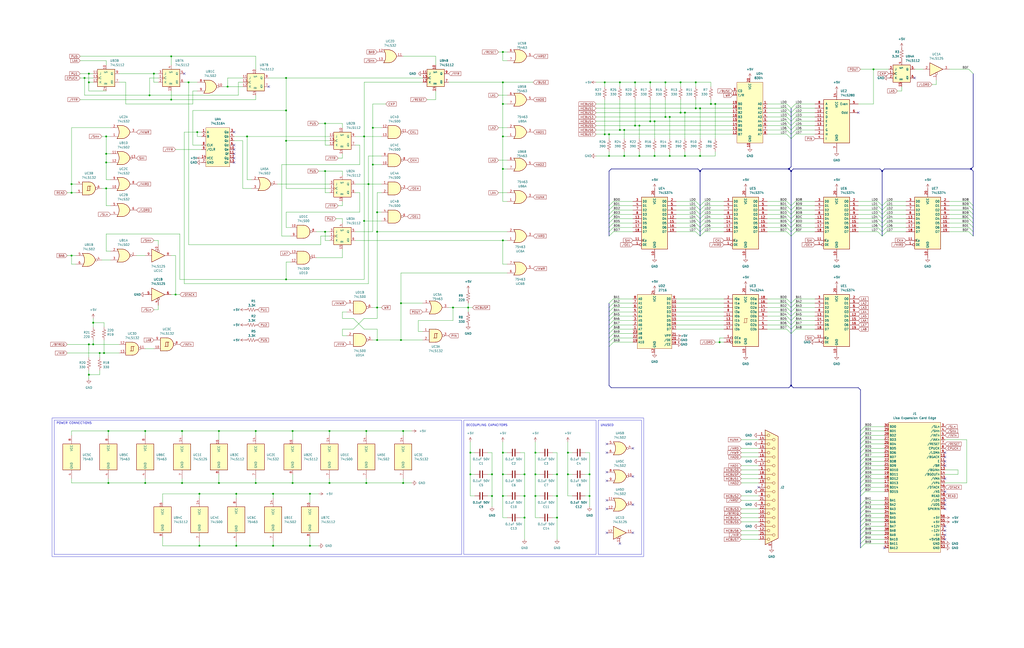
<source format=kicad_sch>
(kicad_sch (version 20230121) (generator eeschema)
  (paper "User" 599.999 380.009)
  (junction (at 275.59 278.13))
  (junction (at 190.5 135.89))
  (junction (at 421.64 200.66))
  (junction (at 87.63 55.88))
  (junction (at 160.02 320.04))
  (junction (at 383.54 71.12))
  (junction (at 167.64 64.77))
  (junction (at 463.55 100.33))
  (junction (at 568.96 99.06))
  (junction (at 190.5 72.39))
  (junction (at 54.61 201.93))
  (junction (at 160.02 289.56))
  (junction (at 398.78 66.04))
  (junction (at 389.89 48.26))
  (junction (at 218.44 74.93))
  (junction (at 381 71.12))
  (junction (at 389.89 68.58))
  (junction (at 115.57 77.47))
  (junction (at 392.43 91.44))
  (junction (at 410.21 100.33))
  (junction (at 313.69 265.43))
  (junction (at 294.64 99.06))
  (junction (at 374.65 91.44))
  (junction (at 234.95 199.39))
  (junction (at 181.61 320.04))
  (junction (at 275.59 265.43))
  (junction (at 63.5 252.73))
  (junction (at 60.96 207.01))
  (junction (at 116.84 289.56))
  (junction (at 220.98 199.39))
  (junction (at 106.68 252.73))
  (junction (at 463.55 226.06))
  (junction (at 49.53 45.72))
  (junction (at 213.36 129.54))
  (junction (at 52.07 48.26))
  (junction (at 332.74 265.43))
  (junction (at 149.86 252.73))
  (junction (at 356.87 91.44))
  (junction (at 516.89 100.33))
  (junction (at 62.23 95.25))
  (junction (at 294.64 30.48))
  (junction (at 63.5 283.21))
  (junction (at 398.78 48.26))
  (junction (at 307.34 290.83))
  (junction (at 58.42 207.01))
  (junction (at 236.22 283.21))
  (junction (at 138.43 289.56))
  (junction (at 106.68 283.21))
  (junction (at 354.33 48.26))
  (junction (at 345.44 278.13))
  (junction (at 294.64 48.26))
  (junction (at 265.43 180.34))
  (junction (at 144.78 80.01))
  (junction (at 133.35 50.8))
  (junction (at 100.33 33.02))
  (junction (at 392.43 68.58))
  (junction (at 401.32 91.44))
  (junction (at 236.22 252.73))
  (junction (at 356.87 78.74))
  (junction (at 407.67 63.5))
  (junction (at 307.34 303.53))
  (junction (at 167.64 163.83))
  (junction (at 41.91 113.03))
  (junction (at 52.07 201.93))
  (junction (at 110.49 48.26))
  (junction (at 90.17 43.18))
  (junction (at 383.54 91.44))
  (junction (at 294.64 140.97))
  (junction (at 181.61 289.56))
  (junction (at 218.44 96.52))
  (junction (at 381 48.26))
  (junction (at 149.86 283.21))
  (junction (at 294.64 290.83))
  (junction (at 294.64 265.43))
  (junction (at 511.81 40.64))
  (junction (at 41.91 149.86))
  (junction (at 363.22 48.26))
  (junction (at 62.23 80.01))
  (junction (at 363.22 76.2))
  (junction (at 171.45 283.21))
  (junction (at 167.64 82.55))
  (junction (at 116.84 320.04))
  (junction (at 416.56 60.96))
  (junction (at 234.95 177.8))
  (junction (at 85.09 252.73))
  (junction (at 52.07 219.71))
  (junction (at 128.27 252.73))
  (junction (at 410.21 63.5))
  (junction (at 307.34 278.13))
  (junction (at 407.67 48.26))
  (junction (at 100.33 58.42))
  (junction (at 128.27 283.21))
  (junction (at 213.36 80.01))
  (junction (at 354.33 78.74))
  (junction (at 332.74 278.13))
  (junction (at 294.64 80.01))
  (junction (at 167.64 45.72))
  (junction (at 294.64 278.13))
  (junction (at 138.43 320.04))
  (junction (at 193.04 283.21))
  (junction (at 214.63 252.73))
  (junction (at 215.9 107.95))
  (junction (at 62.23 110.49))
  (junction (at 401.32 66.04))
  (junction (at 288.29 278.13))
  (junction (at 62.23 90.17))
  (junction (at 220.98 124.46))
  (junction (at 274.32 180.34))
  (junction (at 326.39 290.83))
  (junction (at 214.63 283.21))
  (junction (at 365.76 76.2))
  (junction (at 326.39 278.13))
  (junction (at 410.21 91.44))
  (junction (at 326.39 303.53))
  (junction (at 41.91 107.95))
  (junction (at 462.28 99.06))
  (junction (at 171.45 252.73))
  (junction (at 374.65 73.66))
  (junction (at 102.87 172.72))
  (junction (at 313.69 278.13))
  (junction (at 294.64 60.96))
  (junction (at 52.07 43.18))
  (junction (at 372.11 48.26))
  (junction (at 365.76 91.44))
  (junction (at 193.04 252.73))
  (junction (at 372.11 73.66))
  (junction (at 419.1 60.96))
  (junction (at 85.09 283.21))
  (junction (at 220.98 180.34))
  (junction (at 288.29 290.83))
  (junction (at 190.5 100.33))
  (junction (at 345.44 290.83))
  (junction (at 54.61 189.23))
  (junction (at 313.69 290.83))
  (junction (at 220.98 135.89))
  (no_connect (at 137.16 85.09))
  (no_connect (at 355.6 293.37))
  (no_connect (at 553.72 288.29))
  (no_connect (at 370.84 279.4))
  (no_connect (at 137.16 87.63))
  (no_connect (at 107.95 43.18))
  (no_connect (at 137.16 77.47))
  (no_connect (at 553.72 308.61))
  (no_connect (at 518.16 321.31))
  (no_connect (at 137.16 95.25))
  (no_connect (at 355.6 298.45))
  (no_connect (at 157.48 50.8))
  (no_connect (at 553.72 273.05))
  (no_connect (at 355.6 312.42))
  (no_connect (at 370.84 312.42))
  (no_connect (at 370.84 295.91))
  (no_connect (at 355.6 281.94))
  (no_connect (at 553.72 293.37))
  (no_connect (at 553.72 270.51))
  (no_connect (at 370.84 262.89))
  (no_connect (at 553.72 280.67))
  (no_connect (at 355.6 276.86))
  (no_connect (at 137.16 92.71))
  (no_connect (at 553.72 295.91))
  (no_connect (at 535.94 45.72))
  (no_connect (at 553.72 313.69))
  (no_connect (at 444.5 285.75))
  (no_connect (at 137.16 90.17))
  (no_connect (at 553.72 311.15))
  (no_connect (at 355.6 265.43))
  (no_connect (at 553.72 265.43))
  (no_connect (at 553.72 267.97))
  (no_connect (at 553.72 316.23))
  (no_connect (at 502.92 66.04))
  (no_connect (at 553.72 298.45))
  (no_connect (at 363.22 318.77))
  (no_connect (at 355.6 260.35))
  (bus_entry (at 359.41 118.11) (size -2.54 2.54))
  (bus_entry (at 461.01 193.04) (size 2.54 2.54))
  (bus_entry (at 359.41 180.34) (size -2.54 2.54))
  (bus_entry (at 407.67 130.81) (size 2.54 2.54))
  (bus_entry (at 506.73 318.77) (size -2.54 2.54))
  (bus_entry (at 567.69 128.27) (size 2.54 2.54))
  (bus_entry (at 461.01 76.2) (size 2.54 2.54))
  (bus_entry (at 514.35 125.73) (size 2.54 2.54))
  (bus_entry (at 412.75 125.73) (size -2.54 2.54))
  (bus_entry (at 461.01 68.58) (size 2.54 2.54))
  (bus_entry (at 506.73 262.89) (size -2.54 2.54))
  (bus_entry (at 359.41 123.19) (size -2.54 2.54))
  (bus_entry (at 461.01 120.65) (size 2.54 2.54))
  (bus_entry (at 461.01 128.27) (size 2.54 2.54))
  (bus_entry (at 506.73 293.37) (size -2.54 2.54))
  (bus_entry (at 461.01 66.04) (size 2.54 2.54))
  (bus_entry (at 567.69 135.89) (size 2.54 2.54))
  (bus_entry (at 359.41 190.5) (size -2.54 2.54))
  (bus_entry (at 461.01 125.73) (size 2.54 2.54))
  (bus_entry (at 506.73 306.07) (size -2.54 2.54))
  (bus_entry (at 567.69 120.65) (size 2.54 2.54))
  (bus_entry (at 466.09 60.96) (size -2.54 2.54))
  (bus_entry (at 461.01 177.8) (size 2.54 2.54))
  (bus_entry (at 506.73 308.61) (size -2.54 2.54))
  (bus_entry (at 506.73 303.53) (size -2.54 2.54))
  (bus_entry (at 461.01 60.96) (size 2.54 2.54))
  (bus_entry (at 359.41 135.89) (size -2.54 2.54))
  (bus_entry (at 514.35 118.11) (size 2.54 2.54))
  (bus_entry (at 359.41 128.27) (size -2.54 2.54))
  (bus_entry (at 466.09 177.8) (size -2.54 2.54))
  (bus_entry (at 519.43 133.35) (size -2.54 2.54))
  (bus_entry (at 359.41 187.96) (size -2.54 2.54))
  (bus_entry (at 461.01 185.42) (size 2.54 2.54))
  (bus_entry (at 412.75 118.11) (size -2.54 2.54))
  (bus_entry (at 519.43 128.27) (size -2.54 2.54))
  (bus_entry (at 412.75 130.81) (size -2.54 2.54))
  (bus_entry (at 407.67 123.19) (size 2.54 2.54))
  (bus_entry (at 466.09 182.88) (size -2.54 2.54))
  (bus_entry (at 506.73 267.97) (size -2.54 2.54))
  (bus_entry (at 567.69 130.81) (size 2.54 2.54))
  (bus_entry (at 461.01 175.26) (size 2.54 2.54))
  (bus_entry (at 519.43 130.81) (size -2.54 2.54))
  (bus_entry (at 567.69 40.64) (size 2.54 2.54))
  (bus_entry (at 359.41 195.58) (size -2.54 2.54))
  (bus_entry (at 359.41 133.35) (size -2.54 2.54))
  (bus_entry (at 506.73 275.59) (size -2.54 2.54))
  (bus_entry (at 412.75 128.27) (size -2.54 2.54))
  (bus_entry (at 506.73 252.73) (size -2.54 2.54))
  (bus_entry (at 514.35 123.19) (size 2.54 2.54))
  (bus_entry (at 567.69 133.35) (size 2.54 2.54))
  (bus_entry (at 461.01 73.66) (size 2.54 2.54))
  (bus_entry (at 466.09 123.19) (size -2.54 2.54))
  (bus_entry (at 567.69 123.19) (size 2.54 2.54))
  (bus_entry (at 359.41 193.04) (size -2.54 2.54))
  (bus_entry (at 461.01 182.88) (size 2.54 2.54))
  (bus_entry (at 466.09 120.65) (size -2.54 2.54))
  (bus_entry (at 359.41 130.81) (size -2.54 2.54))
  (bus_entry (at 506.73 288.29) (size -2.54 2.54))
  (bus_entry (at 466.09 118.11) (size -2.54 2.54))
  (bus_entry (at 461.01 190.5) (size 2.54 2.54))
  (bus_entry (at 519.43 125.73) (size -2.54 2.54))
  (bus_entry (at 466.09 63.5) (size -2.54 2.54))
  (bus_entry (at 506.73 316.23) (size -2.54 2.54))
  (bus_entry (at 506.73 278.13) (size -2.54 2.54))
  (bus_entry (at 519.43 123.19) (size -2.54 2.54))
  (bus_entry (at 506.73 260.35) (size -2.54 2.54))
  (bus_entry (at 506.73 255.27) (size -2.54 2.54))
  (bus_entry (at 359.41 200.66) (size -2.54 2.54))
  (bus_entry (at 506.73 250.19) (size -2.54 2.54))
  (bus_entry (at 466.09 125.73) (size -2.54 2.54))
  (bus_entry (at 466.09 190.5) (size -2.54 2.54))
  (bus_entry (at 359.41 120.65) (size -2.54 2.54))
  (bus_entry (at 506.73 300.99) (size -2.54 2.54))
  (bus_entry (at 466.09 193.04) (size -2.54 2.54))
  (bus_entry (at 461.01 63.5) (size 2.54 2.54))
  (bus_entry (at 461.01 118.11) (size 2.54 2.54))
  (bus_entry (at 407.67 133.35) (size 2.54 2.54))
  (bus_entry (at 466.09 78.74) (size -2.54 2.54))
  (bus_entry (at 466.09 185.42) (size -2.54 2.54))
  (bus_entry (at 466.09 68.58) (size -2.54 2.54))
  (bus_entry (at 466.09 66.04) (size -2.54 2.54))
  (bus_entry (at 466.09 73.66) (size -2.54 2.54))
  (bus_entry (at 506.73 270.51) (size -2.54 2.54))
  (bus_entry (at 506.73 295.91) (size -2.54 2.54))
  (bus_entry (at 407.67 125.73) (size 2.54 2.54))
  (bus_entry (at 407.67 128.27) (size 2.54 2.54))
  (bus_entry (at 461.01 130.81) (size 2.54 2.54))
  (bus_entry (at 461.01 133.35) (size 2.54 2.54))
  (bus_entry (at 461.01 187.96) (size 2.54 2.54))
  (bus_entry (at 466.09 76.2) (size -2.54 2.54))
  (bus_entry (at 506.73 273.05) (size -2.54 2.54))
  (bus_entry (at 514.35 128.27) (size 2.54 2.54))
  (bus_entry (at 359.41 198.12) (size -2.54 2.54))
  (bus_entry (at 461.01 71.12) (size 2.54 2.54))
  (bus_entry (at 506.73 283.21) (size -2.54 2.54))
  (bus_entry (at 359.41 125.73) (size -2.54 2.54))
  (bus_entry (at 359.41 177.8) (size -2.54 2.54))
  (bus_entry (at 461.01 180.34) (size 2.54 2.54))
  (bus_entry (at 514.35 135.89) (size 2.54 2.54))
  (bus_entry (at 412.75 120.65) (size -2.54 2.54))
  (bus_entry (at 407.67 135.89) (size 2.54 2.54))
  (bus_entry (at 407.67 120.65) (size 2.54 2.54))
  (bus_entry (at 567.69 118.11) (size 2.54 2.54))
  (bus_entry (at 519.43 135.89) (size -2.54 2.54))
  (bus_entry (at 506.73 298.45) (size -2.54 2.54))
  (bus_entry (at 466.09 133.35) (size -2.54 2.54))
  (bus_entry (at 461.01 123.19) (size 2.54 2.54))
  (bus_entry (at 412.75 135.89) (size -2.54 2.54))
  (bus_entry (at 506.73 285.75) (size -2.54 2.54))
  (bus_entry (at 412.75 133.35) (size -2.54 2.54))
  (bus_entry (at 412.75 123.19) (size -2.54 2.54))
  (bus_entry (at 519.43 118.11) (size -2.54 2.54))
  (bus_entry (at 461.01 78.74) (size 2.54 2.54))
  (bus_entry (at 466.09 135.89) (size -2.54 2.54))
  (bus_entry (at 506.73 265.43) (size -2.54 2.54))
  (bus_entry (at 359.41 185.42) (size -2.54 2.54))
  (bus_entry (at 519.43 120.65) (size -2.54 2.54))
  (bus_entry (at 514.35 130.81) (size 2.54 2.54))
  (bus_entry (at 514.35 133.35) (size 2.54 2.54))
  (bus_entry (at 506.73 257.81) (size -2.54 2.54))
  (bus_entry (at 466.09 180.34) (size -2.54 2.54))
  (bus_entry (at 466.09 187.96) (size -2.54 2.54))
  (bus_entry (at 466.09 71.12) (size -2.54 2.54))
  (bus_entry (at 506.73 313.69) (size -2.54 2.54))
  (bus_entry (at 466.09 175.26) (size -2.54 2.54))
  (bus_entry (at 359.41 175.26) (size -2.54 2.54))
  (bus_entry (at 514.35 120.65) (size 2.54 2.54))
  (bus_entry (at 359.41 182.88) (size -2.54 2.54))
  (bus_entry (at 506.73 311.15) (size -2.54 2.54))
  (bus_entry (at 466.09 128.27) (size -2.54 2.54))
  (bus_entry (at 506.73 280.67) (size -2.54 2.54))
  (bus_entry (at 407.67 118.11) (size 2.54 2.54))
  (bus_entry (at 461.01 135.89) (size 2.54 2.54))
  (bus_entry (at 466.09 130.81) (size -2.54 2.54))
  (bus_entry (at 567.69 125.73) (size 2.54 2.54))
  (wire (pts (xy 449.58 78.74) (xy 461.01 78.74)))
  (wire (pts (xy 449.58 185.42) (xy 461.01 185.42)))
  (wire (pts (xy 44.45 154.94) (xy 41.91 154.94)))
  (wire (pts (xy 115.57 77.47) (xy 118.11 77.47)))
  (wire (pts (xy 52.07 222.25) (xy 52.07 219.71)))
  (wire (pts (xy 167.64 110.49) (xy 167.64 82.55)))
  (wire (pts (xy 530.86 135.89) (xy 519.43 135.89)))
  (wire (pts (xy 105.41 163.83) (xy 167.64 163.83)))
  (wire (pts (xy 52.07 219.71) (xy 52.07 217.17)))
  (wire (pts (xy 316.23 303.53) (xy 313.69 303.53)))
  (wire (pts (xy 167.64 133.35) (xy 167.64 124.46)))
  (wire (pts (xy 449.58 125.73) (xy 461.01 125.73)))
  (wire (pts (xy 207.01 186.69) (xy 213.36 193.04)))
  (wire (pts (xy 193.04 283.21) (xy 214.63 283.21)))
  (wire (pts (xy 410.21 63.5) (xy 429.26 63.5)))
  (bus (pts (xy 504.19 316.23) (xy 504.19 318.77)))
  (wire (pts (xy 370.84 118.11) (xy 359.41 118.11)))
  (bus (pts (xy 356.87 226.06) (xy 358.14 227.33)))
  (bus (pts (xy 570.23 135.89) (xy 570.23 138.43)))
  (wire (pts (xy 434.34 280.67) (xy 444.5 280.67)))
  (bus (pts (xy 463.55 76.2) (xy 463.55 78.74)))
  (wire (pts (xy 356.87 91.44) (xy 356.87 88.9)))
  (wire (pts (xy 213.36 193.04) (xy 220.98 193.04)))
  (wire (pts (xy 477.52 120.65) (xy 466.09 120.65)))
  (wire (pts (xy 449.58 73.66) (xy 461.01 73.66)))
  (wire (pts (xy 370.84 125.73) (xy 359.41 125.73)))
  (wire (pts (xy 518.16 316.23) (xy 506.73 316.23)))
  (wire (pts (xy 553.72 278.13) (xy 561.34 278.13)))
  (wire (pts (xy 107.95 48.26) (xy 110.49 48.26)))
  (wire (pts (xy 193.04 110.49) (xy 167.64 110.49)))
  (wire (pts (xy 41.91 74.93) (xy 41.91 107.95)))
  (wire (pts (xy 54.61 48.26) (xy 52.07 48.26)))
  (wire (pts (xy 265.43 180.34) (xy 274.32 180.34)))
  (bus (pts (xy 504.19 313.69) (xy 504.19 316.23)))
  (wire (pts (xy 304.8 278.13) (xy 307.34 278.13)))
  (wire (pts (xy 530.86 125.73) (xy 519.43 125.73)))
  (wire (pts (xy 63.5 252.73) (xy 63.5 255.27)))
  (wire (pts (xy 396.24 133.35) (xy 407.67 133.35)))
  (wire (pts (xy 193.04 140.97) (xy 190.5 140.97)))
  (bus (pts (xy 463.55 133.35) (xy 463.55 135.89)))
  (wire (pts (xy 218.44 135.89) (xy 218.44 96.52)))
  (wire (pts (xy 294.64 80.01) (xy 294.64 99.06)))
  (wire (pts (xy 518.16 311.15) (xy 506.73 311.15)))
  (wire (pts (xy 370.84 177.8) (xy 359.41 177.8)))
  (wire (pts (xy 326.39 290.83) (xy 326.39 303.53)))
  (wire (pts (xy 434.34 267.97) (xy 444.5 267.97)))
  (wire (pts (xy 307.34 265.43) (xy 307.34 278.13)))
  (bus (pts (xy 504.19 280.67) (xy 504.19 283.21)))
  (wire (pts (xy 449.58 68.58) (xy 461.01 68.58)))
  (wire (pts (xy 149.86 280.67) (xy 149.86 283.21)))
  (wire (pts (xy 245.11 194.31) (xy 245.11 187.96)))
  (wire (pts (xy 449.58 63.5) (xy 461.01 63.5)))
  (wire (pts (xy 58.42 219.71) (xy 52.07 219.71)))
  (wire (pts (xy 518.16 275.59) (xy 506.73 275.59)))
  (wire (pts (xy 511.81 40.64) (xy 511.81 60.96)))
  (wire (pts (xy 87.63 45.72) (xy 92.71 45.72)))
  (wire (pts (xy 133.35 50.8) (xy 142.24 50.8)))
  (bus (pts (xy 462.28 99.06) (xy 463.55 97.79)))
  (bus (pts (xy 504.19 267.97) (xy 504.19 270.51)))
  (wire (pts (xy 396.24 120.65) (xy 407.67 120.65)))
  (wire (pts (xy 434.34 283.21) (xy 444.5 283.21)))
  (bus (pts (xy 516.89 128.27) (xy 516.89 130.81)))
  (wire (pts (xy 561.34 278.13) (xy 561.34 275.59)))
  (bus (pts (xy 504.19 273.05) (xy 504.19 275.59)))
  (wire (pts (xy 275.59 265.43) (xy 275.59 278.13)))
  (wire (pts (xy 213.36 129.54) (xy 213.36 80.01)))
  (wire (pts (xy 354.33 48.26) (xy 363.22 48.26)))
  (wire (pts (xy 297.18 160.02) (xy 234.95 160.02)))
  (wire (pts (xy 518.16 295.91) (xy 506.73 295.91)))
  (bus (pts (xy 410.21 135.89) (xy 410.21 138.43)))
  (wire (pts (xy 477.52 63.5) (xy 466.09 63.5)))
  (bus (pts (xy 504.19 311.15) (xy 504.19 313.69)))
  (wire (pts (xy 477.52 182.88) (xy 466.09 182.88)))
  (bus (pts (xy 568.96 99.06) (xy 570.23 97.79)))
  (wire (pts (xy 504.19 40.64) (xy 511.81 40.64)))
  (wire (pts (xy 363.22 58.42) (xy 363.22 76.2)))
  (wire (pts (xy 210.82 113.03) (xy 210.82 124.46)))
  (wire (pts (xy 313.69 303.53) (xy 313.69 290.83)))
  (wire (pts (xy 477.52 193.04) (xy 466.09 193.04)))
  (wire (pts (xy 518.16 308.61) (xy 506.73 308.61)))
  (wire (pts (xy 62.23 147.32) (xy 62.23 137.16)))
  (wire (pts (xy 449.58 120.65) (xy 461.01 120.65)))
  (wire (pts (xy 234.95 160.02) (xy 234.95 177.8)))
  (wire (pts (xy 424.18 135.89) (xy 412.75 135.89)))
  (wire (pts (xy 323.85 303.53) (xy 326.39 303.53)))
  (wire (pts (xy 208.28 85.09) (xy 210.82 85.09)))
  (wire (pts (xy 401.32 91.44) (xy 401.32 88.9)))
  (wire (pts (xy 530.86 120.65) (xy 519.43 120.65)))
  (wire (pts (xy 449.58 118.11) (xy 461.01 118.11)))
  (bus (pts (xy 516.89 123.19) (xy 516.89 125.73)))
  (bus (pts (xy 504.19 308.61) (xy 504.19 311.15)))
  (bus (pts (xy 463.55 73.66) (xy 463.55 76.2)))
  (wire (pts (xy 54.61 189.23) (xy 54.61 191.77)))
  (bus (pts (xy 463.55 177.8) (xy 463.55 180.34)))
  (bus (pts (xy 463.55 182.88) (xy 463.55 185.42)))
  (wire (pts (xy 477.52 128.27) (xy 466.09 128.27)))
  (bus (pts (xy 518.16 99.06) (xy 568.96 99.06)))
  (wire (pts (xy 342.9 265.43) (xy 345.44 265.43)))
  (wire (pts (xy 144.78 80.01) (xy 193.04 80.01)))
  (wire (pts (xy 502.92 118.11) (xy 514.35 118.11)))
  (wire (pts (xy 41.91 149.86) (xy 41.91 154.94)))
  (wire (pts (xy 214.63 252.73) (xy 236.22 252.73)))
  (wire (pts (xy 62.23 137.16) (xy 105.41 137.16)))
  (bus (pts (xy 504.19 278.13) (xy 504.19 280.67)))
  (wire (pts (xy 160.02 289.56) (xy 181.61 289.56)))
  (wire (pts (xy 518.16 252.73) (xy 506.73 252.73)))
  (bus (pts (xy 504.19 257.81) (xy 504.19 260.35)))
  (wire (pts (xy 171.45 283.21) (xy 193.04 283.21)))
  (bus (pts (xy 463.55 100.33) (xy 464.82 99.06)))
  (wire (pts (xy 313.69 265.43) (xy 313.69 278.13)))
  (wire (pts (xy 449.58 133.35) (xy 461.01 133.35)))
  (bus (pts (xy 504.19 295.91) (xy 504.19 298.45)))
  (wire (pts (xy 332.74 265.43) (xy 335.28 265.43)))
  (wire (pts (xy 213.36 48.26) (xy 213.36 80.01)))
  (wire (pts (xy 449.58 175.26) (xy 461.01 175.26)))
  (wire (pts (xy 220.98 199.39) (xy 234.95 199.39)))
  (wire (pts (xy 90.17 204.47) (xy 85.09 204.47)))
  (wire (pts (xy 128.27 252.73) (xy 128.27 257.81)))
  (bus (pts (xy 463.55 125.73) (xy 463.55 128.27)))
  (wire (pts (xy 434.34 311.15) (xy 444.5 311.15)))
  (wire (pts (xy 275.59 265.43) (xy 278.13 265.43)))
  (wire (pts (xy 374.65 73.66) (xy 374.65 81.28)))
  (wire (pts (xy 59.69 80.01) (xy 62.23 80.01)))
  (wire (pts (xy 160.02 317.5) (xy 160.02 320.04)))
  (wire (pts (xy 372.11 48.26) (xy 381 48.26)))
  (wire (pts (xy 294.64 278.13) (xy 297.18 278.13)))
  (wire (pts (xy 434.34 306.07) (xy 444.5 306.07)))
  (wire (pts (xy 247.65 194.31) (xy 245.11 194.31)))
  (wire (pts (xy 234.95 199.39) (xy 247.65 199.39)))
  (wire (pts (xy 396.24 125.73) (xy 407.67 125.73)))
  (wire (pts (xy 100.33 53.34) (xy 100.33 58.42)))
  (wire (pts (xy 64.77 105.41) (xy 62.23 105.41)))
  (wire (pts (xy 139.7 55.88) (xy 87.63 55.88)))
  (wire (pts (xy 46.99 33.02) (xy 100.33 33.02)))
  (wire (pts (xy 193.04 280.67) (xy 193.04 283.21)))
  (wire (pts (xy 434.34 303.53) (xy 444.5 303.53)))
  (wire (pts (xy 434.34 273.05) (xy 444.5 273.05)))
  (bus (pts (xy 356.87 182.88) (xy 356.87 185.42)))
  (bus (pts (xy 516.89 130.81) (xy 516.89 133.35)))
  (wire (pts (xy 220.98 193.04) (xy 220.98 199.39)))
  (wire (pts (xy 449.58 135.89) (xy 461.01 135.89)))
  (bus (pts (xy 356.87 125.73) (xy 356.87 123.19)))
  (wire (pts (xy 556.26 135.89) (xy 567.69 135.89)))
  (wire (pts (xy 236.22 252.73) (xy 236.22 255.27)))
  (wire (pts (xy 208.28 140.97) (xy 294.64 140.97)))
  (wire (pts (xy 198.12 120.65) (xy 200.66 120.65)))
  (wire (pts (xy 449.58 180.34) (xy 461.01 180.34)))
  (wire (pts (xy 215.9 107.95) (xy 215.9 166.37)))
  (wire (pts (xy 294.64 99.06) (xy 294.64 118.11)))
  (wire (pts (xy 345.44 290.83) (xy 345.44 297.18)))
  (wire (pts (xy 115.57 80.01) (xy 115.57 77.47)))
  (wire (pts (xy 294.64 48.26) (xy 312.42 48.26)))
  (wire (pts (xy 556.26 118.11) (xy 567.69 118.11)))
  (bus (pts (xy 408.94 99.06) (xy 410.21 100.33)))
  (wire (pts (xy 477.52 190.5) (xy 466.09 190.5)))
  (wire (pts (xy 502.92 120.65) (xy 514.35 120.65)))
  (wire (pts (xy 60.96 207.01) (xy 69.85 207.01)))
  (wire (pts (xy 345.44 278.13) (xy 345.44 290.83)))
  (wire (pts (xy 95.25 289.56) (xy 95.25 294.64)))
  (wire (pts (xy 396.24 128.27) (xy 407.67 128.27)))
  (wire (pts (xy 288.29 290.83) (xy 288.29 297.18)))
  (wire (pts (xy 332.74 259.08) (xy 332.74 265.43)))
  (wire (pts (xy 518.16 298.45) (xy 506.73 298.45)))
  (wire (pts (xy 262.89 48.26) (xy 294.64 48.26)))
  (bus (pts (xy 504.19 303.53) (xy 504.19 306.07)))
  (bus (pts (xy 356.87 128.27) (xy 356.87 125.73)))
  (wire (pts (xy 190.5 100.33) (xy 190.5 113.03)))
  (wire (pts (xy 518.16 270.51) (xy 506.73 270.51)))
  (wire (pts (xy 133.35 45.72) (xy 142.24 45.72)))
  (bus (pts (xy 410.21 100.33) (xy 411.48 99.06)))
  (wire (pts (xy 39.37 207.01) (xy 58.42 207.01)))
  (wire (pts (xy 518.16 257.81) (xy 506.73 257.81)))
  (wire (pts (xy 62.23 35.56) (xy 62.23 38.1)))
  (wire (pts (xy 396.24 175.26) (xy 424.18 175.26)))
  (wire (pts (xy 449.58 76.2) (xy 461.01 76.2)))
  (bus (pts (xy 504.19 270.51) (xy 504.19 273.05)))
  (wire (pts (xy 528.32 50.8) (xy 528.32 53.34)))
  (wire (pts (xy 304.8 265.43) (xy 307.34 265.43)))
  (wire (pts (xy 165.1 96.52) (xy 165.1 138.43)))
  (wire (pts (xy 223.52 96.52) (xy 218.44 96.52)))
  (wire (pts (xy 502.92 130.81) (xy 514.35 130.81)))
  (bus (pts (xy 410.21 100.33) (xy 410.21 120.65)))
  (wire (pts (xy 100.33 58.42) (xy 46.99 58.42)))
  (wire (pts (xy 424.18 133.35) (xy 412.75 133.35)))
  (bus (pts (xy 568.96 99.06) (xy 570.23 100.33)))
  (bus (pts (xy 463.55 180.34) (xy 463.55 182.88)))
  (wire (pts (xy 407.67 58.42) (xy 407.67 63.5)))
  (wire (pts (xy 200.66 151.13) (xy 200.66 146.05)))
  (wire (pts (xy 208.28 113.03) (xy 210.82 113.03)))
  (wire (pts (xy 307.34 303.53) (xy 307.34 316.23)))
  (bus (pts (xy 463.55 135.89) (xy 463.55 138.43)))
  (wire (pts (xy 370.84 120.65) (xy 359.41 120.65)))
  (wire (pts (xy 118.11 80.01) (xy 115.57 80.01)))
  (wire (pts (xy 59.69 110.49) (xy 62.23 110.49)))
  (wire (pts (xy 213.36 186.69) (xy 220.98 186.69)))
  (wire (pts (xy 294.64 118.11) (xy 297.18 118.11)))
  (wire (pts (xy 187.96 138.43) (xy 187.96 143.51)))
  (wire (pts (xy 511.81 40.64) (xy 520.7 40.64)))
  (wire (pts (xy 349.25 66.04) (xy 398.78 66.04)))
  (bus (pts (xy 515.62 99.06) (xy 516.89 100.33)))
  (wire (pts (xy 49.53 45.72) (xy 49.53 55.88)))
  (wire (pts (xy 41.91 255.27) (xy 41.91 252.73)))
  (wire (pts (xy 190.5 100.33) (xy 200.66 100.33)))
  (wire (pts (xy 255.27 53.34) (xy 255.27 58.42)))
  (wire (pts (xy 477.52 71.12) (xy 466.09 71.12)))
  (wire (pts (xy 138.43 317.5) (xy 138.43 320.04)))
  (wire (pts (xy 292.1 74.93) (xy 297.18 74.93)))
  (wire (pts (xy 193.04 252.73) (xy 214.63 252.73)))
  (bus (pts (xy 356.87 130.81) (xy 356.87 128.27)))
  (wire (pts (xy 220.98 124.46) (xy 223.52 124.46)))
  (wire (pts (xy 41.91 252.73) (xy 63.5 252.73)))
  (bus (pts (xy 504.19 228.6) (xy 502.92 227.33)))
  (wire (pts (xy 518.16 250.19) (xy 506.73 250.19)))
  (wire (pts (xy 223.52 113.03) (xy 220.98 113.03)))
  (bus (pts (xy 410.21 130.81) (xy 410.21 133.35)))
  (wire (pts (xy 207.01 193.04) (xy 213.36 186.69)))
  (wire (pts (xy 553.72 283.21) (xy 566.42 283.21)))
  (wire (pts (xy 138.43 289.56) (xy 138.43 292.1)))
  (wire (pts (xy 149.86 252.73) (xy 171.45 252.73)))
  (wire (pts (xy 416.56 50.8) (xy 416.56 48.26)))
  (bus (pts (xy 462.28 227.33) (xy 463.55 226.06)))
  (bus (pts (xy 356.87 138.43) (xy 356.87 135.89)))
  (wire (pts (xy 106.68 252.73) (xy 128.27 252.73)))
  (wire (pts (xy 54.61 199.39) (xy 54.61 201.93)))
  (wire (pts (xy 389.89 48.26) (xy 398.78 48.26)))
  (wire (pts (xy 370.84 128.27) (xy 359.41 128.27)))
  (bus (pts (xy 463.55 81.28) (xy 463.55 97.79)))
  (wire (pts (xy 556.26 40.64) (xy 567.69 40.64)))
  (wire (pts (xy 214.63 283.21) (xy 236.22 283.21)))
  (wire (pts (xy 133.35 45.72) (xy 133.35 50.8)))
  (wire (pts (xy 294.64 80.01) (xy 297.18 80.01)))
  (wire (pts (xy 477.52 60.96) (xy 466.09 60.96)))
  (wire (pts (xy 160.02 289.56) (xy 160.02 292.1)))
  (wire (pts (xy 401.32 91.44) (xy 410.21 91.44)))
  (wire (pts (xy 477.52 130.81) (xy 466.09 130.81)))
  (wire (pts (xy 64.77 74.93) (xy 41.91 74.93)))
  (wire (pts (xy 190.5 72.39) (xy 200.66 72.39)))
  (bus (pts (xy 463.55 138.43) (xy 463.55 177.8)))
  (wire (pts (xy 171.45 252.73) (xy 193.04 252.73)))
  (wire (pts (xy 215.9 107.95) (xy 223.52 107.95)))
  (wire (pts (xy 218.44 74.93) (xy 223.52 74.93)))
  (bus (pts (xy 463.55 71.12) (xy 463.55 73.66)))
  (bus (pts (xy 570.23 123.19) (xy 570.23 125.73)))
  (wire (pts (xy 167.64 64.77) (xy 167.64 45.72)))
  (bus (pts (xy 463.55 190.5) (xy 463.55 193.04)))
  (wire (pts (xy 370.84 180.34) (xy 359.41 180.34)))
  (wire (pts (xy 297.18 303.53) (xy 294.64 303.53)))
  (wire (pts (xy 157.48 45.72) (xy 167.64 45.72)))
  (wire (pts (xy 477.52 118.11) (xy 466.09 118.11)))
  (wire (pts (xy 518.16 278.13) (xy 506.73 278.13)))
  (wire (pts (xy 424.18 123.19) (xy 412.75 123.19)))
  (bus (pts (xy 356.87 187.96) (xy 356.87 190.5)))
  (wire (pts (xy 247.65 45.72) (xy 167.64 45.72)))
  (wire (pts (xy 170.18 133.35) (xy 167.64 133.35)))
  (wire (pts (xy 449.58 123.19) (xy 461.01 123.19)))
  (wire (pts (xy 392.43 91.44) (xy 401.32 91.44)))
  (wire (pts (xy 349.25 68.58) (xy 389.89 68.58)))
  (wire (pts (xy 100.33 33.02) (xy 100.33 38.1)))
  (wire (pts (xy 193.04 82.55) (xy 167.64 82.55)))
  (wire (pts (xy 128.27 278.13) (xy 128.27 283.21)))
  (wire (pts (xy 383.54 91.44) (xy 383.54 88.9)))
  (wire (pts (xy 372.11 73.66) (xy 374.65 73.66)))
  (wire (pts (xy 85.09 149.86) (xy 80.01 149.86)))
  (wire (pts (xy 144.78 80.01) (xy 137.16 80.01)))
  (bus (pts (xy 504.19 260.35) (xy 504.19 262.89)))
  (wire (pts (xy 477.52 187.96) (xy 466.09 187.96)))
  (wire (pts (xy 41.91 283.21) (xy 63.5 283.21)))
  (wire (pts (xy 208.28 107.95) (xy 215.9 107.95)))
  (wire (pts (xy 90.17 181.61) (xy 92.71 181.61)))
  (wire (pts (xy 285.75 290.83) (xy 288.29 290.83)))
  (wire (pts (xy 518.16 255.27) (xy 506.73 255.27)))
  (wire (pts (xy 477.52 135.89) (xy 466.09 135.89)))
  (wire (pts (xy 307.34 290.83) (xy 307.34 303.53)))
  (wire (pts (xy 553.72 257.81) (xy 566.42 257.81)))
  (wire (pts (xy 398.78 48.26) (xy 407.67 48.26)))
  (wire (pts (xy 181.61 314.96) (xy 181.61 320.04)))
  (wire (pts (xy 213.36 163.83) (xy 167.64 163.83)))
  (wire (pts (xy 190.5 135.89) (xy 193.04 135.89)))
  (wire (pts (xy 265.43 187.96) (xy 265.43 180.34)))
  (bus (pts (xy 504.19 228.6) (xy 504.19 252.73)))
  (wire (pts (xy 396.24 130.81) (xy 407.67 130.81)))
  (wire (pts (xy 304.8 290.83) (xy 307.34 290.83)))
  (wire (pts (xy 236.22 252.73) (xy 241.3 252.73)))
  (wire (pts (xy 434.34 316.23) (xy 444.5 316.23)))
  (bus (pts (xy 356.87 198.12) (xy 356.87 200.66)))
  (wire (pts (xy 297.18 290.83) (xy 294.64 290.83)))
  (bus (pts (xy 516.89 133.35) (xy 516.89 135.89)))
  (bus (pts (xy 356.87 200.66) (xy 356.87 203.2)))
  (wire (pts (xy 208.28 135.89) (xy 218.44 135.89)))
  (wire (pts (xy 561.34 275.59) (xy 553.72 275.59)))
  (wire (pts (xy 323.85 278.13) (xy 326.39 278.13)))
  (bus (pts (xy 463.55 195.58) (xy 463.55 226.06)))
  (bus (pts (xy 504.19 298.45) (xy 504.19 300.99)))
  (wire (pts (xy 167.64 82.55) (xy 167.64 64.77)))
  (bus (pts (xy 504.19 300.99) (xy 504.19 303.53)))
  (bus (pts (xy 358.14 227.33) (xy 462.28 227.33)))
  (bus (pts (xy 356.87 180.34) (xy 356.87 182.88)))
  (wire (pts (xy 518.16 280.67) (xy 506.73 280.67)))
  (bus (pts (xy 410.21 123.19) (xy 410.21 125.73)))
  (wire (pts (xy 274.32 177.8) (xy 274.32 180.34)))
  (wire (pts (xy 162.56 107.95) (xy 193.04 107.95)))
  (wire (pts (xy 416.56 60.96) (xy 419.1 60.96)))
  (wire (pts (xy 102.87 87.63) (xy 118.11 87.63)))
  (wire (pts (xy 41.91 113.03) (xy 44.45 113.03)))
  (wire (pts (xy 313.69 278.13) (xy 316.23 278.13)))
  (bus (pts (xy 463.55 63.5) (xy 463.55 66.04)))
  (wire (pts (xy 370.84 133.35) (xy 359.41 133.35)))
  (wire (pts (xy 200.66 90.17) (xy 200.66 92.71)))
  (wire (pts (xy 62.23 90.17) (xy 64.77 90.17)))
  (wire (pts (xy 181.61 289.56) (xy 181.61 294.64)))
  (wire (pts (xy 255.27 33.02) (xy 236.22 33.02)))
  (wire (pts (xy 49.53 45.72) (xy 54.61 45.72)))
  (wire (pts (xy 342.9 278.13) (xy 345.44 278.13)))
  (wire (pts (xy 356.87 78.74) (xy 429.26 78.74)))
  (bus (pts (xy 410.21 125.73) (xy 410.21 128.27)))
  (bus (pts (xy 463.55 193.04) (xy 463.55 195.58)))
  (wire (pts (xy 410.21 91.44) (xy 419.1 91.44)))
  (wire (pts (xy 186.69 72.39) (xy 190.5 72.39)))
  (wire (pts (xy 210.82 124.46) (xy 167.64 124.46)))
  (wire (pts (xy 294.64 278.13) (xy 294.64 290.83)))
  (wire (pts (xy 370.84 193.04) (xy 359.41 193.04)))
  (wire (pts (xy 449.58 66.04) (xy 461.01 66.04)))
  (wire (pts (xy 518.16 306.07) (xy 506.73 306.07)))
  (wire (pts (xy 410.21 63.5) (xy 410.21 81.28)))
  (wire (pts (xy 449.58 193.04) (xy 461.01 193.04)))
  (wire (pts (xy 370.84 190.5) (xy 359.41 190.5)))
  (wire (pts (xy 370.84 195.58) (xy 359.41 195.58)))
  (wire (pts (xy 138.43 289.56) (xy 160.02 289.56)))
  (bus (pts (xy 504.19 288.29) (xy 504.19 290.83)))
  (wire (pts (xy 63.5 283.21) (xy 85.09 283.21)))
  (wire (pts (xy 518.16 300.99) (xy 506.73 300.99)))
  (wire (pts (xy 449.58 182.88) (xy 461.01 182.88)))
  (wire (pts (xy 215.9 166.37) (xy 107.95 166.37)))
  (wire (pts (xy 546.1 49.53) (xy 548.64 49.53)))
  (wire (pts (xy 370.84 187.96) (xy 359.41 187.96)))
  (wire (pts (xy 218.44 60.96) (xy 218.44 74.93)))
  (wire (pts (xy 85.09 252.73) (xy 85.09 255.27)))
  (bus (pts (xy 356.87 190.5) (xy 356.87 193.04)))
  (bus (pts (xy 570.23 133.35) (xy 570.23 135.89)))
  (wire (pts (xy 372.11 48.26) (xy 372.11 50.8)))
  (wire (pts (xy 556.26 125.73) (xy 567.69 125.73)))
  (wire (pts (xy 262.89 180.34) (xy 265.43 180.34)))
  (bus (pts (xy 504.19 290.83) (xy 504.19 295.91)))
  (wire (pts (xy 60.96 189.23) (xy 54.61 189.23)))
  (wire (pts (xy 530.86 130.81) (xy 519.43 130.81)))
  (wire (pts (xy 102.87 172.72) (xy 100.33 172.72)))
  (bus (pts (xy 516.89 125.73) (xy 516.89 128.27)))
  (wire (pts (xy 62.23 110.49) (xy 64.77 110.49)))
  (wire (pts (xy 396.24 180.34) (xy 424.18 180.34)))
  (wire (pts (xy 518.16 288.29) (xy 506.73 288.29)))
  (wire (pts (xy 345.44 265.43) (xy 345.44 278.13)))
  (wire (pts (xy 62.23 90.17) (xy 62.23 80.01)))
  (wire (pts (xy 142.24 82.55) (xy 142.24 110.49)))
  (wire (pts (xy 370.84 175.26) (xy 359.41 175.26)))
  (wire (pts (xy 60.96 199.39) (xy 60.96 207.01)))
  (wire (pts (xy 396.24 185.42) (xy 424.18 185.42)))
  (wire (pts (xy 58.42 217.17) (xy 58.42 219.71)))
  (wire (pts (xy 107.95 77.47) (xy 115.57 77.47)))
  (wire (pts (xy 434.34 290.83) (xy 444.5 290.83)))
  (wire (pts (xy 294.64 60.96) (xy 294.64 80.01)))
  (wire (pts (xy 137.16 82.55) (xy 142.24 82.55)))
  (wire (pts (xy 63.5 252.73) (xy 85.09 252.73)))
  (wire (pts (xy 530.86 133.35) (xy 519.43 133.35)))
  (wire (pts (xy 62.23 95.25) (xy 64.77 95.25)))
  (bus (pts (xy 411.48 99.06) (xy 462.28 99.06)))
  (wire (pts (xy 220.98 113.03) (xy 220.98 124.46)))
  (wire (pts (xy 210.82 96.52) (xy 165.1 96.52)))
  (wire (pts (xy 85.09 283.21) (xy 106.68 283.21)))
  (wire (pts (xy 234.95 177.8) (xy 247.65 177.8)))
  (wire (pts (xy 218.44 180.34) (xy 220.98 180.34)))
  (wire (pts (xy 518.16 313.69) (xy 506.73 313.69)))
  (wire (pts (xy 62.23 80.01) (xy 64.77 80.01)))
  (bus (pts (xy 463.55 66.04) (xy 463.55 68.58)))
  (wire (pts (xy 370.84 130.81) (xy 359.41 130.81)))
  (wire (pts (xy 449.58 187.96) (xy 461.01 187.96)))
  (wire (pts (xy 171.45 252.73) (xy 171.45 257.81)))
  (bus (pts (xy 570.23 100.33) (xy 570.23 120.65)))
  (wire (pts (xy 64.77 147.32) (xy 62.23 147.32)))
  (wire (pts (xy 477.52 180.34) (xy 466.09 180.34)))
  (wire (pts (xy 87.63 55.88) (xy 87.63 45.72)))
  (wire (pts (xy 313.69 259.08) (xy 313.69 265.43)))
  (wire (pts (xy 190.5 135.89) (xy 190.5 140.97)))
  (wire (pts (xy 356.87 91.44) (xy 365.76 91.44)))
  (wire (pts (xy 218.44 96.52) (xy 218.44 74.93)))
  (wire (pts (xy 85.09 280.67) (xy 85.09 283.21)))
  (wire (pts (xy 294.64 140.97) (xy 294.64 154.94)))
  (wire (pts (xy 396.24 118.11) (xy 407.67 118.11)))
  (wire (pts (xy 288.29 265.43) (xy 288.29 278.13)))
  (wire (pts (xy 477.52 125.73) (xy 466.09 125.73)))
  (wire (pts (xy 73.66 60.96) (xy 113.03 60.96)))
  (wire (pts (xy 477.52 123.19) (xy 466.09 123.19)))
  (wire (pts (xy 530.86 128.27) (xy 519.43 128.27)))
  (wire (pts (xy 147.32 105.41) (xy 144.78 105.41)))
  (wire (pts (xy 449.58 130.81) (xy 461.01 130.81)))
  (wire (pts (xy 502.92 133.35) (xy 514.35 133.35)))
  (wire (pts (xy 107.95 166.37) (xy 107.95 77.47)))
  (wire (pts (xy 332.74 278.13) (xy 332.74 290.83)))
  (wire (pts (xy 449.58 71.12) (xy 461.01 71.12)))
  (wire (pts (xy 374.65 91.44) (xy 374.65 88.9)))
  (wire (pts (xy 255.27 33.02) (xy 255.27 38.1)))
  (wire (pts (xy 46.99 35.56) (xy 62.23 35.56)))
  (wire (pts (xy 52.07 48.26) (xy 52.07 43.18)))
  (wire (pts (xy 518.16 285.75) (xy 506.73 285.75)))
  (bus (pts (xy 504.19 262.89) (xy 504.19 265.43)))
  (wire (pts (xy 213.36 80.01) (xy 223.52 80.01)))
  (wire (pts (xy 92.71 140.97) (xy 92.71 143.51)))
  (wire (pts (xy 113.03 85.09) (xy 113.03 64.77)))
  (wire (pts (xy 52.07 53.34) (xy 52.07 48.26)))
  (wire (pts (xy 326.39 278.13) (xy 326.39 290.83)))
  (wire (pts (xy 349.25 71.12) (xy 381 71.12)))
  (wire (pts (xy 383.54 91.44) (xy 392.43 91.44)))
  (wire (pts (xy 255.27 58.42) (xy 250.19 58.42)))
  (wire (pts (xy 63.5 280.67) (xy 63.5 283.21)))
  (wire (pts (xy 105.41 137.16) (xy 105.41 163.83)))
  (wire (pts (xy 434.34 278.13) (xy 444.5 278.13)))
  (wire (pts (xy 208.28 80.01) (xy 213.36 80.01)))
  (bus (pts (xy 504.19 283.21) (xy 504.19 285.75)))
  (bus (pts (xy 570.23 120.65) (xy 570.23 123.19)))
  (wire (pts (xy 389.89 68.58) (xy 392.43 68.58)))
  (wire (pts (xy 477.52 185.42) (xy 466.09 185.42)))
  (wire (pts (xy 220.98 180.34) (xy 223.52 180.34)))
  (wire (pts (xy 392.43 91.44) (xy 392.43 88.9)))
  (wire (pts (xy 518.16 262.89) (xy 506.73 262.89)))
  (wire (pts (xy 49.53 55.88) (xy 87.63 55.88)))
  (wire (pts (xy 100.33 149.86) (xy 102.87 149.86)))
  (wire (pts (xy 171.45 278.13) (xy 171.45 283.21)))
  (wire (pts (xy 421.64 198.12) (xy 424.18 198.12)))
  (wire (pts (xy 365.76 76.2) (xy 429.26 76.2)))
  (wire (pts (xy 186.69 100.33) (xy 190.5 100.33)))
  (wire (pts (xy 234.95 177.8) (xy 234.95 199.39)))
  (bus (pts (xy 504.19 265.43) (xy 504.19 267.97)))
  (bus (pts (xy 356.87 177.8) (xy 356.87 180.34)))
  (wire (pts (xy 530.86 123.19) (xy 519.43 123.19)))
  (bus (pts (xy 462.28 99.06) (xy 463.55 100.33)))
  (wire (pts (xy 294.64 35.56) (xy 294.64 30.48)))
  (wire (pts (xy 113.03 53.34) (xy 115.57 53.34)))
  (wire (pts (xy 292.1 55.88) (xy 297.18 55.88)))
  (wire (pts (xy 62.23 105.41) (xy 62.23 95.25)))
  (wire (pts (xy 200.66 193.04) (xy 207.01 193.04)))
  (wire (pts (xy 58.42 207.01) (xy 58.42 209.55)))
  (wire (pts (xy 370.84 123.19) (xy 359.41 123.19)))
  (wire (pts (xy 392.43 68.58) (xy 392.43 81.28)))
  (bus (pts (xy 410.21 133.35) (xy 410.21 135.89)))
  (wire (pts (xy 102.87 149.86) (xy 102.87 172.72)))
  (wire (pts (xy 149.86 255.27) (xy 149.86 252.73)))
  (wire (pts (xy 335.28 290.83) (xy 332.74 290.83)))
  (wire (pts (xy 424.18 120.65) (xy 412.75 120.65)))
  (wire (pts (xy 193.04 252.73) (xy 193.04 255.27)))
  (wire (pts (xy 52.07 201.93) (xy 52.07 209.55)))
  (wire (pts (xy 245.11 187.96) (xy 265.43 187.96)))
  (wire (pts (xy 214.63 280.67) (xy 214.63 283.21)))
  (wire (pts (xy 434.34 293.37) (xy 444.5 293.37)))
  (wire (pts (xy 389.89 48.26) (xy 389.89 50.8)))
  (wire (pts (xy 349.25 91.44) (xy 356.87 91.44)))
  (wire (pts (xy 149.86 58.42) (xy 149.86 55.88)))
  (wire (pts (xy 449.58 128.27) (xy 461.01 128.27)))
  (bus (pts (xy 516.89 120.65) (xy 516.89 123.19)))
  (wire (pts (xy 226.06 60.96) (xy 218.44 60.96)))
  (wire (pts (xy 332.74 278.13) (xy 335.28 278.13)))
  (wire (pts (xy 434.34 275.59) (xy 444.5 275.59)))
  (wire (pts (xy 203.2 182.88) (xy 200.66 182.88)))
  (wire (pts (xy 90.17 43.18) (xy 90.17 48.26)))
  (wire (pts (xy 100.33 33.02) (xy 149.86 33.02)))
  (wire (pts (xy 106.68 252.73) (xy 106.68 255.27)))
  (wire (pts (xy 73.66 48.26) (xy 73.66 60.96)))
  (wire (pts (xy 106.68 280.67) (xy 106.68 283.21)))
  (wire (pts (xy 200.66 118.11) (xy 200.66 120.65)))
  (wire (pts (xy 383.54 71.12) (xy 383.54 81.28)))
  (wire (pts (xy 434.34 313.69) (xy 444.5 313.69)))
  (bus (pts (xy 504.19 255.27) (xy 504.19 257.81)))
  (wire (pts (xy 518.16 267.97) (xy 506.73 267.97)))
  (wire (pts (xy 220.98 180.34) (xy 220.98 186.69)))
  (bus (pts (xy 502.92 227.33) (xy 464.82 227.33)))
  (wire (pts (xy 59.69 152.4) (xy 64.77 152.4)))
  (wire (pts (xy 292.1 113.03) (xy 297.18 113.03)))
  (wire (pts (xy 285.75 278.13) (xy 288.29 278.13)))
  (wire (pts (xy 90.17 140.97) (xy 92.71 140.97)))
  (wire (pts (xy 398.78 48.26) (xy 398.78 50.8)))
  (wire (pts (xy 407.67 48.26) (xy 407.67 50.8)))
  (bus (pts (xy 356.87 135.89) (xy 356.87 133.35)))
  (wire (pts (xy 294.64 48.26) (xy 294.64 60.96)))
  (wire (pts (xy 477.52 133.35) (xy 466.09 133.35)))
  (wire (pts (xy 477.52 175.26) (xy 466.09 175.26)))
  (wire (pts (xy 419.1 60.96) (xy 419.1 81.28)))
  (bus (pts (xy 356.87 120.65) (xy 356.87 100.33)))
  (wire (pts (xy 90.17 48.26) (xy 92.71 48.26)))
  (wire (pts (xy 200.66 100.33) (xy 200.66 102.87)))
  (wire (pts (xy 381 48.26) (xy 381 50.8)))
  (bus (pts (xy 504.19 318.77) (xy 504.19 321.31)))
  (wire (pts (xy 90.17 43.18) (xy 92.71 43.18)))
  (wire (pts (xy 193.04 85.09) (xy 190.5 85.09)))
  (wire (pts (xy 381 58.42) (xy 381 71.12)))
  (wire (pts (xy 62.23 95.25) (xy 62.23 90.17)))
  (wire (pts (xy 294.64 140.97) (xy 297.18 140.97)))
  (bus (pts (xy 356.87 133.35) (xy 356.87 130.81)))
  (wire (pts (xy 477.52 68.58) (xy 466.09 68.58)))
  (wire (pts (xy 294.64 303.53) (xy 294.64 290.83)))
  (wire (pts (xy 190.5 72.39) (xy 190.5 85.09)))
  (wire (pts (xy 326.39 265.43) (xy 326.39 278.13)))
  (bus (pts (xy 356.87 100.33) (xy 358.14 99.06)))
  (wire (pts (xy 128.27 283.21) (xy 149.86 283.21)))
  (bus (pts (xy 356.87 193.04) (xy 356.87 195.58)))
  (wire (pts (xy 223.52 91.44) (xy 215.9 91.44)))
  (wire (pts (xy 214.63 252.73) (xy 214.63 255.27)))
  (wire (pts (xy 116.84 289.56) (xy 138.43 289.56)))
  (bus (pts (xy 570.23 125.73) (xy 570.23 128.27)))
  (wire (pts (xy 113.03 60.96) (xy 113.03 53.34)))
  (wire (pts (xy 95.25 289.56) (xy 116.84 289.56)))
  (bus (pts (xy 463.55 185.42) (xy 463.55 187.96)))
  (wire (pts (xy 275.59 278.13) (xy 275.59 290.83)))
  (wire (pts (xy 200.66 72.39) (xy 200.66 74.93)))
  (wire (pts (xy 396.24 135.89) (xy 407.67 135.89)))
  (bus (pts (xy 463.55 78.74) (xy 463.55 81.28)))
  (wire (pts (xy 220.98 135.89) (xy 297.18 135.89)))
  (bus (pts (xy 504.19 285.75) (xy 504.19 288.29)))
  (wire (pts (xy 416.56 58.42) (xy 416.56 60.96)))
  (wire (pts (xy 424.18 118.11) (xy 412.75 118.11)))
  (wire (pts (xy 62.23 110.49) (xy 62.23 120.65)))
  (wire (pts (xy 381 48.26) (xy 389.89 48.26)))
  (bus (pts (xy 464.82 99.06) (xy 515.62 99.06)))
  (wire (pts (xy 58.42 207.01) (xy 60.96 207.01)))
  (wire (pts (xy 185.42 135.89) (xy 190.5 135.89)))
  (wire (pts (xy 365.76 91.44) (xy 374.65 91.44)))
  (wire (pts (xy 46.99 43.18) (xy 52.07 43.18)))
  (wire (pts (xy 434.34 300.99) (xy 444.5 300.99)))
  (bus (pts (xy 410.21 128.27) (xy 410.21 130.81)))
  (wire (pts (xy 370.84 182.88) (xy 359.41 182.88)))
  (wire (pts (xy 410.21 91.44) (xy 410.21 88.9)))
  (wire (pts (xy 185.42 151.13) (xy 200.66 151.13)))
  (wire (pts (xy 349.25 76.2) (xy 363.22 76.2)))
  (wire (pts (xy 116.84 317.5) (xy 116.84 320.04)))
  (wire (pts (xy 200.66 186.69) (xy 207.01 186.69)))
  (wire (pts (xy 247.65 48.26) (xy 213.36 48.26)))
  (wire (pts (xy 449.58 177.8) (xy 461.01 177.8)))
  (wire (pts (xy 518.16 303.53) (xy 506.73 303.53)))
  (bus (pts (xy 504.19 306.07) (xy 504.19 308.61)))
  (wire (pts (xy 370.84 135.89) (xy 359.41 135.89)))
  (wire (pts (xy 396.24 193.04) (xy 424.18 193.04)))
  (wire (pts (xy 381 71.12) (xy 383.54 71.12)))
  (wire (pts (xy 421.64 200.66) (xy 424.18 200.66)))
  (wire (pts (xy 274.32 180.34) (xy 276.86 180.34)))
  (wire (pts (xy 193.04 138.43) (xy 187.96 138.43)))
  (wire (pts (xy 421.64 198.12) (xy 421.64 200.66)))
  (bus (pts (xy 516.89 135.89) (xy 516.89 138.43)))
  (wire (pts (xy 275.59 259.08) (xy 275.59 265.43)))
  (wire (pts (xy 332.74 265.43) (xy 332.74 278.13)))
  (wire (pts (xy 41.91 107.95) (xy 41.91 113.03)))
  (wire (pts (xy 128.27 252.73) (xy 149.86 252.73)))
  (bus (pts (xy 463.55 120.65) (xy 463.55 123.19)))
  (wire (pts (xy 434.34 262.89) (xy 444.5 262.89)))
  (wire (pts (xy 477.52 78.74) (xy 466.09 78.74)))
  (wire (pts (xy 354.33 48.26) (xy 354.33 50.8)))
  (wire (pts (xy 69.85 43.18) (xy 90.17 43.18)))
  (wire (pts (xy 187.96 143.51) (xy 110.49 143.51)))
  (bus (pts (xy 356.87 195.58) (xy 356.87 198.12)))
  (wire (pts (xy 236.22 283.21) (xy 241.3 283.21)))
  (wire (pts (xy 396.24 182.88) (xy 424.18 182.88)))
  (wire (pts (xy 556.26 133.35) (xy 567.69 133.35)))
  (wire (pts (xy 363.22 76.2) (xy 365.76 76.2)))
  (bus (pts (xy 463.55 187.96) (xy 463.55 190.5)))
  (wire (pts (xy 110.49 48.26) (xy 115.57 48.26)))
  (wire (pts (xy 407.67 63.5) (xy 410.21 63.5)))
  (wire (pts (xy 200.66 128.27) (xy 200.66 130.81)))
  (wire (pts (xy 365.76 91.44) (xy 365.76 88.9)))
  (wire (pts (xy 419.1 60.96) (xy 429.26 60.96)))
  (wire (pts (xy 419.1 88.9) (xy 419.1 91.44)))
  (wire (pts (xy 313.69 278.13) (xy 313.69 290.83)))
  (wire (pts (xy 349.25 60.96) (xy 416.56 60.96)))
  (wire (pts (xy 407.67 48.26) (xy 416.56 48.26)))
  (bus (pts (xy 516.89 100.33) (xy 516.89 120.65)))
  (wire (pts (xy 374.65 73.66) (xy 429.26 73.66)))
  (wire (pts (xy 502.92 123.19) (xy 514.35 123.19)))
  (wire (pts (xy 525.78 53.34) (xy 528.32 53.34)))
  (wire (pts (xy 354.33 58.42) (xy 354.33 78.74)))
  (wire (pts (xy 449.58 60.96) (xy 461.01 60.96)))
  (wire (pts (xy 307.34 278.13) (xy 307.34 290.83)))
  (wire (pts (xy 52.07 43.18) (xy 54.61 43.18)))
  (wire (pts (xy 275.59 278.13) (xy 278.13 278.13)))
  (wire (pts (xy 149.86 33.02) (xy 149.86 40.64)))
  (wire (pts (xy 203.2 196.85) (xy 200.66 196.85)))
  (wire (pts (xy 477.52 177.8) (xy 466.09 177.8)))
  (wire (pts (xy 186.69 289.56) (xy 181.61 289.56)))
  (wire (pts (xy 294.64 259.08) (xy 294.64 265.43)))
  (wire (pts (xy 349.25 48.26) (xy 354.33 48.26)))
  (wire (pts (xy 556.26 128.27) (xy 567.69 128.27)))
  (bus (pts (xy 356.87 123.19) (xy 356.87 120.65)))
  (wire (pts (xy 285.75 265.43) (xy 288.29 265.43)))
  (wire (pts (xy 424.18 125.73) (xy 412.75 125.73)))
  (wire (pts (xy 292.1 30.48) (xy 294.64 30.48)))
  (wire (pts (xy 198.12 92.71) (xy 200.66 92.71)))
  (wire (pts (xy 100.33 58.42) (xy 149.86 58.42)))
  (wire (pts (xy 62.23 53.34) (xy 52.07 53.34)))
  (wire (pts (xy 297.18 35.56) (xy 294.64 35.56)))
  (wire (pts (xy 434.34 298.45) (xy 444.5 298.45)))
  (wire (pts (xy 356.87 81.28) (xy 356.87 78.74)))
  (wire (pts (xy 342.9 290.83) (xy 345.44 290.83)))
  (wire (pts (xy 223.52 129.54) (xy 213.36 129.54)))
  (wire (pts (xy 518.16 265.43) (xy 506.73 265.43)))
  (wire (pts (xy 113.03 64.77) (xy 167.64 64.77)))
  (wire (pts (xy 220.98 124.46) (xy 220.98 135.89)))
  (wire (pts (xy 110.49 48.26) (xy 110.49 143.51)))
  (wire (pts (xy 477.52 66.04) (xy 466.09 66.04)))
  (wire (pts (xy 398.78 58.42) (xy 398.78 66.04)))
  (wire (pts (xy 236.22 280.67) (xy 236.22 283.21)))
  (wire (pts (xy 200.66 182.88) (xy 200.66 186.69)))
  (wire (pts (xy 139.7 48.26) (xy 139.7 55.88)))
  (wire (pts (xy 518.16 260.35) (xy 506.73 260.35)))
  (wire (pts (xy 449.58 190.5) (xy 461.01 190.5)))
  (wire (pts (xy 220.98 135.89) (xy 220.98 180.34)))
  (wire (pts (xy 294.64 30.48) (xy 297.18 30.48)))
  (wire (pts (xy 383.54 71.12) (xy 429.26 71.12)))
  (wire (pts (xy 294.64 99.06) (xy 297.18 99.06)))
  (wire (pts (xy 165.1 138.43) (xy 170.18 138.43)))
  (wire (pts (xy 130.81 50.8) (xy 133.35 50.8)))
  (wire (pts (xy 144.78 105.41) (xy 144.78 80.01)))
  (wire (pts (xy 213.36 129.54) (xy 213.36 163.83)))
  (wire (pts (xy 530.86 118.11) (xy 519.43 118.11)))
  (wire (pts (xy 200.66 196.85) (xy 200.66 193.04)))
  (wire (pts (xy 434.34 265.43) (xy 444.5 265.43)))
  (wire (pts (xy 160.02 320.04) (xy 181.61 320.04)))
  (wire (pts (xy 398.78 66.04) (xy 401.32 66.04)))
  (wire (pts (xy 365.76 76.2) (xy 365.76 81.28)))
  (wire (pts (xy 149.86 283.21) (xy 171.45 283.21)))
  (wire (pts (xy 60.96 191.77) (xy 60.96 189.23)))
  (wire (pts (xy 349.25 78.74) (xy 354.33 78.74)))
  (wire (pts (xy 54.61 186.69) (xy 54.61 189.23)))
  (wire (pts (xy 102.87 172.72) (xy 105.41 172.72)))
  (wire (pts (xy 323.85 290.83) (xy 326.39 290.83)))
  (wire (pts (xy 502.92 135.89) (xy 514.35 135.89)))
  (wire (pts (xy 215.9 91.44) (xy 215.9 107.95)))
  (bus (pts (xy 463.55 128.27) (xy 463.55 130.81)))
  (wire (pts (xy 548.64 49.53) (xy 548.64 46.99)))
  (wire (pts (xy 396.24 190.5) (xy 424.18 190.5)))
  (wire (pts (xy 401.32 66.04) (xy 429.26 66.04)))
  (bus (pts (xy 463.55 123.19) (xy 463.55 125.73)))
  (bus (pts (xy 358.14 99.06) (xy 408.94 99.06)))
  (bus (pts (xy 463.55 68.58) (xy 463.55 71.12)))
  (bus (pts (xy 516.89 100.33) (xy 518.16 99.06)))
  (wire (pts (xy 502.92 60.96) (xy 511.81 60.96)))
  (wire (pts (xy 142.24 110.49) (xy 147.32 110.49)))
  (wire (pts (xy 401.32 66.04) (xy 401.32 81.28)))
  (wire (pts (xy 434.34 257.81) (xy 444.5 257.81)))
  (bus (pts (xy 463.55 130.81) (xy 463.55 133.35)))
  (wire (pts (xy 297.18 154.94) (xy 294.64 154.94)))
  (wire (pts (xy 502.92 125.73) (xy 514.35 125.73)))
  (wire (pts (xy 326.39 303.53) (xy 326.39 316.23)))
  (wire (pts (xy 167.64 153.67) (xy 170.18 153.67)))
  (wire (pts (xy 363.22 48.26) (xy 372.11 48.26)))
  (wire (pts (xy 349.25 73.66) (xy 372.11 73.66)))
  (wire (pts (xy 424.18 128.27) (xy 412.75 128.27)))
  (wire (pts (xy 374.65 91.44) (xy 383.54 91.44)))
  (bus (pts (xy 463.55 120.65) (xy 463.55 100.33)))
  (wire (pts (xy 193.04 113.03) (xy 190.5 113.03)))
  (wire (pts (xy 396.24 187.96) (xy 424.18 187.96)))
  (wire (pts (xy 370.84 198.12) (xy 359.41 198.12)))
  (wire (pts (xy 323.85 265.43) (xy 326.39 265.43)))
  (bus (pts (xy 504.19 275.59) (xy 504.19 278.13)))
  (wire (pts (xy 372.11 58.42) (xy 372.11 73.66)))
  (wire (pts (xy 106.68 283.21) (xy 128.27 283.21)))
  (wire (pts (xy 196.85 128.27) (xy 200.66 128.27)))
  (wire (pts (xy 396.24 123.19) (xy 407.67 123.19)))
  (wire (pts (xy 95.25 320.04) (xy 116.84 320.04)))
  (wire (pts (xy 44.45 107.95) (xy 41.91 107.95)))
  (wire (pts (xy 370.84 200.66) (xy 359.41 200.66)))
  (wire (pts (xy 41.91 280.67) (xy 41.91 283.21)))
  (wire (pts (xy 304.8 303.53) (xy 307.34 303.53)))
  (wire (pts (xy 294.64 265.43) (xy 297.18 265.43)))
  (wire (pts (xy 39.37 113.03) (xy 41.91 113.03)))
  (wire (pts (xy 275.59 290.83) (xy 278.13 290.83)))
  (wire (pts (xy 39.37 149.86) (xy 41.91 149.86)))
  (wire (pts (xy 541.02 40.64) (xy 535.94 40.64)))
  (wire (pts (xy 566.42 257.81) (xy 566.42 283.21)))
  (wire (pts (xy 363.22 48.26) (xy 363.22 50.8)))
  (wire (pts (xy 294.64 60.96) (xy 297.18 60.96)))
  (wire (pts (xy 518.16 293.37) (xy 506.73 293.37)))
  (wire (pts (xy 64.77 120.65) (xy 62.23 120.65)))
  (wire (pts (xy 477.52 76.2) (xy 466.09 76.2)))
  (bus (pts (xy 464.82 227.33) (xy 463.55 226.06)))
  (wire (pts (xy 316.23 290.83) (xy 313.69 290.83)))
  (wire (pts (xy 354.33 78.74) (xy 356.87 78.74)))
  (wire (pts (xy 502.92 128.27) (xy 514.35 128.27)))
  (bus (pts (xy 570.23 128.27) (xy 570.23 130.81)))
  (wire (pts (xy 518.16 283.21) (xy 506.73 283.21)))
  (wire (pts (xy 116.84 289.56) (xy 116.84 292.1)))
  (wire (pts (xy 518.16 318.77) (xy 506.73 318.77)))
  (bus (pts (xy 410.21 120.65) (xy 410.21 123.19)))
  (wire (pts (xy 41.91 149.86) (xy 44.45 149.86)))
  (wire (pts (xy 186.69 320.04) (xy 181.61 320.04)))
  (wire (pts (xy 116.84 320.04) (xy 138.43 320.04)))
  (wire (pts (xy 392.43 68.58) (xy 429.26 68.58)))
  (wire (pts (xy 39.37 201.93) (xy 52.07 201.93)))
  (wire (pts (xy 477.52 73.66) (xy 466.09 73.66)))
  (wire (pts (xy 95.25 314.96) (xy 95.25 320.04)))
  (wire (pts (xy 92.71 181.61) (xy 92.71 179.07)))
  (bus (pts (xy 356.87 185.42) (xy 356.87 187.96)))
  (wire (pts (xy 288.29 278.13) (xy 288.29 290.83)))
  (bus (pts (xy 504.19 252.73) (xy 504.19 255.27)))
  (wire (pts (xy 85.09 252.73) (xy 106.68 252.73)))
  (wire (pts (xy 396.24 177.8) (xy 424.18 177.8)))
  (wire (pts (xy 424.18 130.81) (xy 412.75 130.81)))
  (bus (pts (xy 570.23 43.18) (xy 570.23 97.79)))
  (wire (pts (xy 313.69 265.43) (xy 316.23 265.43)))
  (wire (pts (xy 518.16 273.05) (xy 506.73 273.05)))
  (bus (pts (xy 356.87 203.2) (xy 356.87 226.06)))
  (wire (pts (xy 118.11 85.09) (xy 113.03 85.09)))
  (wire (pts (xy 556.26 120.65) (xy 567.69 120.65)))
  (wire (pts (xy 556.26 123.19) (xy 567.69 123.19)))
  (wire (pts (xy 349.25 63.5) (xy 407.67 63.5)))
  (bus (pts (xy 570.23 130.81) (xy 570.23 133.35)))
  (wire (pts (xy 69.85 48.26) (xy 73.66 48.26)))
  (wire (pts (xy 556.26 130.81) (xy 567.69 130.81)))
  (wire (pts (xy 389.89 58.42) (xy 389.89 68.58)))
  (wire (pts (xy 419.1 200.66) (xy 421.64 200.66)))
  (wire (pts (xy 274.32 182.88) (xy 274.32 180.34)))
  (wire (pts (xy 54.61 201.93) (xy 52.07 201.93)))
  (wire (pts (xy 54.61 201.93) (xy 69.85 201.93)))
  (wire (pts (xy 218.44 199.39) (xy 220.98 199.39)))
  (wire (pts (xy 210.82 85.09) (xy 210.82 96.52)))
  (wire (pts (xy 370.84 185.42) (xy 359.41 185.42)))
  (wire (pts (xy 142.24 48.26) (xy 139.7 48.26)))
  (wire (pts (xy 292.1 93.98) (xy 297.18 93.98)))
  (wire (pts (xy 167.64 153.67) (xy 167.64 163.83)))
  (wire (pts (xy 294.64 265.43) (xy 294.64 278.13)))
  (wire (pts (xy 138.43 320.04) (xy 160.02 320.04)))
  (wire (pts (xy 46.99 45.72) (xy 49.53 45.72)))
  (rectangle (start 350.52 246.38) (end 375.92 325.12))
  (rectangle (start 31.75 246.38) (end 270.51 325.12))
  (rectangle (start 271.78 246.38) (end 349.25 325.12))
  (rectangle (start 30.48 245.11) (end 377.19 326.39))
  (text "DECOUPLING CAPACITORS" (at 273.05 250.19 0) (effects (font (size 1.27 1.27)) (justify left bottom)))
  (text "POWER CONNECTIONS" (at 33.02 248.92 0) (effects (font (size 1.27 1.27)) (justify left bottom)))
  (text "UNUSED" (at 351.79 250.19 0) (effects (font (size 1.27 1.27)) (justify left bottom)))
  (label "BDE" (at 567.69 133.35 180))
  (label "BD5" (at 359.41 130.81 0))
  (label "BA1" (at 506.73 293.37 0))
  (label "BA8" (at 506.73 311.15 0))
  (label "LD2" (at 461.01 66.04 180))
  (label "LD5" (at 466.09 73.66 0))
  (label "LD6" (at 407.67 133.35 180))
  (label "LD7" (at 466.09 78.74 0))
  (label "LD4" (at 412.75 128.27 0))
  (label "BD1" (at 461.01 120.65 180))
  (label "BD0" (at 461.01 118.11 180))
  (label "BDC" (at 567.69 128.27 180))
  (label "BD9" (at 506.73 273.05 0))
  (label "BD7" (at 506.73 267.97 0))
  (label "LD3" (at 461.01 68.58 180))
  (label "BDF" (at 506.73 288.29 0))
  (label "LD0" (at 519.43 118.11 0))
  (label "LD4" (at 514.35 128.27 180))
  (label "LD3" (at 412.75 125.73 0))
  (label "LD4" (at 466.09 71.12 0))
  (label "LD0" (at 466.09 60.96 0))
  (label "LD5" (at 519.43 130.81 0))
  (label "LD7" (at 519.43 135.89 0))
  (label "LD0" (at 461.01 60.96 180))
  (label "LD4" (at 519.43 128.27 0))
  (label "LD6" (at 412.75 133.35 0))
  (label "BA4" (at 506.73 300.99 0))
  (label "LD4" (at 407.67 128.27 180))
  (label "BA6" (at 359.41 187.96 0))
  (label "BA6" (at 506.73 306.07 0))
  (label "LD1" (at 519.43 120.65 0))
  (label "BD3" (at 359.41 125.73 0))
  (label "BD3" (at 461.01 182.88 180))
  (label "BD2" (at 461.01 180.34 180))
  (label "LD4" (at 461.01 71.12 180))
  (label "BA4" (at 359.41 182.88 0))
  (label "LD1" (at 466.09 63.5 0))
  (label "BDB" (at 567.69 125.73 180))
  (label "BD6" (at 461.01 133.35 180))
  (label "LD6" (at 466.09 76.2 0))
  (label "BD7" (at 461.01 135.89 180))
  (label "LD0" (at 412.75 118.11 0))
  (label "BD2" (at 461.01 123.19 180))
  (label "BD0" (at 461.01 175.26 180))
  (label "BD1" (at 506.73 252.73 0))
  (label "BD4" (at 359.41 128.27 0))
  (label "LD1" (at 407.67 120.65 180))
  (label "LD6" (at 514.35 133.35 180))
  (label "BDA" (at 466.09 123.19 0))
  (label "BA8" (at 466.09 193.04 0))
  (label "BD1" (at 359.41 120.65 0))
  (label "BD2" (at 506.73 255.27 0))
  (label "LD7" (at 514.35 135.89 180))
  (label "LD5" (at 461.01 73.66 180))
  (label "BD6" (at 359.41 133.35 0))
  (label "BDB" (at 466.09 125.73 0))
  (label "LD7" (at 412.75 135.89 0))
  (label "LD0" (at 407.67 118.11 180))
  (label "LD1" (at 461.01 63.5 180))
  (label "BD4" (at 461.01 185.42 180))
  (label "BDC" (at 506.73 280.67 0))
  (label "BD8" (at 567.69 118.11 180))
  (label "LD7" (at 407.67 135.89 180))
  (label "BDF" (at 567.69 40.64 180))
  (label "BD5" (at 506.73 262.89 0))
  (label "LD6" (at 519.43 133.35 0))
  (label "BD0" (at 506.73 250.19 0))
  (label "BD7" (at 359.41 135.89 0))
  (label "BA2" (at 506.73 295.91 0))
  (label "BA3" (at 359.41 180.34 0))
  (label "BA2" (at 359.41 177.8 0))
  (label "BA5" (at 359.41 185.42 0))
  (label "LD3" (at 519.43 125.73 0))
  (label "LD2" (at 466.09 66.04 0))
  (label "BAB" (at 506.73 318.77 0))
  (label "BAA" (at 466.09 187.96 0))
  (label "BD1" (at 461.01 177.8 180))
  (label "BD2" (at 359.41 123.19 0))
  (label "BDF" (at 466.09 135.89 0))
  (label "BD4" (at 506.73 260.35 0))
  (label "BD6" (at 506.73 265.43 0))
  (label "BA3" (at 506.73 298.45 0))
  (label "LD3" (at 466.09 68.58 0))
  (label "BDA" (at 506.73 275.59 0))
  (label "BDE" (at 506.73 285.75 0))
  (label "BDE" (at 466.09 133.35 0))
  (label "BAA" (at 506.73 316.23 0))
  (label "BA7" (at 359.41 190.5 0))
  (label "BD6" (at 461.01 190.5 180))
  (label "BA8" (at 359.41 193.04 0))
  (label "BD9" (at 466.09 120.65 0))
  (label "BD5" (at 461.01 130.81 180))
  (label "BAB" (at 359.41 200.66 0))
  (label "BD8" (at 466.09 118.11 0))
  (label "LD2" (at 407.67 123.19 180))
  (label "LD1" (at 514.35 120.65 180))
  (label "BA5" (at 466.09 185.42 0))
  (label "BA3" (at 466.09 180.34 0))
  (label "LD5" (at 412.75 130.81 0))
  (label "BDD" (at 567.69 130.81 180))
  (label "BD4" (at 461.01 128.27 180))
  (label "BA7" (at 506.73 308.61 0))
  (label "BDA" (at 567.69 123.19 180))
  (label "BA9" (at 359.41 195.58 0))
  (label "LD0" (at 514.35 118.11 180))
  (label "BA2" (at 466.09 177.8 0))
  (label "LD7" (at 461.01 78.74 180))
  (label "BA9" (at 506.73 313.69 0))
  (label "BDB" (at 506.73 278.13 0))
  (label "BDF" (at 567.69 135.89 180))
  (label "BD9" (at 567.69 120.65 180))
  (label "BD0" (at 359.41 118.11 0))
  (label "BA4" (at 466.09 182.88 0))
  (label "BD3" (at 461.01 125.73 180))
  (label "LD2" (at 514.35 123.19 180))
  (label "LD5" (at 514.35 130.81 180))
  (label "LD2" (at 519.43 123.19 0))
  (label "LD2" (at 412.75 123.19 0))
  (label "BDD" (at 466.09 130.81 0))
  (label "BA5" (at 506.73 303.53 0))
  (label "BD5" (at 461.01 187.96 180))
  (label "LD1" (at 412.75 120.65 0))
  (label "BDC" (at 466.09 128.27 0))
  (label "BDD" (at 506.73 283.21 0))
  (label "BD7" (at 461.01 193.04 180))
  (label "BA1" (at 359.41 175.26 0))
  (label "BA7" (at 466.09 190.5 0))
  (label "BA1" (at 466.09 175.26 0))
  (label "LD3" (at 514.35 125.73 180))
  (label "LD5" (at 407.67 130.81 180))
  (label "LD6" (at 461.01 76.2 180))
  (label "BD8" (at 506.73 270.51 0))
  (label "BAA" (at 359.41 198.12 0))
  (label "BD3" (at 506.73 257.81 0))
  (label "LD3" (at 407.67 125.73 180))
  (global_label "READ" (shape input) (at 553.72 290.83 0) (property "Intersheetrefs" "${INTERSHEET_REFS}" (effects hide)))
  (global_label "HCBUS6" (shape input) (at 434.34 311.15 180) (property "Intersheetrefs" "${INTERSHEET_REFS}" (effects hide)))
  (global_label "{slash}INTn" (shape input) (at 105.41 201.93 0) (property "Intersheetrefs" "${INTERSHEET_REFS}" (effects hide)))
  (global_label "{slash}LORD" (shape input) (at 546.1 49.53 180) (property "Intersheetrefs" "${INTERSHEET_REFS}" (effects hide)))
  (global_label "READ" (shape input) (at 39.37 113.03 180) (property "Intersheetrefs" "${INTERSHEET_REFS}" (effects hide)))
  (global_label "{slash}HRST" (shape input) (at 434.34 293.37 180) (property "Intersheetrefs" "${INTERSHEET_REFS}" (effects hide)))
  (global_label "HCBUS1" (shape input) (at 434.34 280.67 180) (property "Intersheetrefs" "${INTERSHEET_REFS}" (effects hide)))
  (global_label "PU5" (shape input) (at 186.69 72.39 180) (property "Intersheetrefs" "${INTERSHEET_REFS}" (effects hide)))
  (global_label "PIN" (shape input) (at 477.52 81.28 180) (property "Intersheetrefs" "${INTERSHEET_REFS}" (effects hide)))
  (global_label "PU1" (shape input) (at 46.99 43.18 180) (property "Intersheetrefs" "${INTERSHEET_REFS}" (effects hide)))
  (global_label "{slash}HIR" (shape input) (at 39.37 207.01 180) (property "Intersheetrefs" "${INTERSHEET_REFS}" (effects hide)))
  (global_label "HCBUS7" (shape input) (at 349.25 78.74 180) (property "Intersheetrefs" "${INTERSHEET_REFS}" (effects hide)))
  (global_label "{slash}LORD" (shape input) (at 419.1 200.66 180) (property "Intersheetrefs" "${INTERSHEET_REFS}" (effects hide)))
  (global_label "PU1" (shape input) (at 151.13 181.61 0) (property "Intersheetrefs" "${INTERSHEET_REFS}" (effects hide)))
  (global_label "PU5" (shape input) (at 46.99 33.02 180) (property "Intersheetrefs" "${INTERSHEET_REFS}" (effects hide)))
  (global_label "HCBUS6" (shape input) (at 349.25 76.2 180) (property "Intersheetrefs" "${INTERSHEET_REFS}" (effects hide)))
  (global_label "CKL" (shape input) (at 424.18 140.97 180) (property "Intersheetrefs" "${INTERSHEET_REFS}" (effects hide)))
  (global_label "{slash}INTn" (shape input) (at 553.72 255.27 0) (property "Intersheetrefs" "${INTERSHEET_REFS}" (effects hide)))
  (global_label "HAD1" (shape input) (at 434.34 273.05 180) (property "Intersheetrefs" "${INTERSHEET_REFS}" (effects hide)))
  (global_label "LA3" (shape input) (at 502.92 180.34 0) (property "Intersheetrefs" "${INTERSHEET_REFS}" (effects hide)))
  (global_label "{slash}DTACK" (shape input) (at 553.72 285.75 0) (property "Intersheetrefs" "${INTERSHEET_REFS}" (effects hide)))
  (global_label "LA1" (shape input) (at 292.1 55.88 180) (property "Intersheetrefs" "${INTERSHEET_REFS}" (effects hide)))
  (global_label "LA2" (shape input) (at 292.1 74.93 180) (property "Intersheetrefs" "${INTERSHEET_REFS}" (effects hide)))
  (global_label "CPUCK" (shape input) (at 553.72 262.89 0) (property "Intersheetrefs" "${INTERSHEET_REFS}" (effects hide)))
  (global_label "SHI" (shape input) (at 80.01 92.71 0) (property "Intersheetrefs" "${INTERSHEET_REFS}" (effects hide)))
  (global_label "HCBUS7" (shape input) (at 434.34 316.23 180) (property "Intersheetrefs" "${INTERSHEET_REFS}" (effects hide)))
  (global_label "LA8" (shape input) (at 90.17 199.39 180) (property "Intersheetrefs" "${INTERSHEET_REFS}" (effects hide)))
  (global_label "LA5" (shape input) (at 525.78 53.34 180) (property "Intersheetrefs" "${INTERSHEET_REFS}" (effects hide)))
  (global_label "{slash}SLn" (shape input) (at 90.17 181.61 180) (property "Intersheetrefs" "${INTERSHEET_REFS}" (effects hide)))
  (global_label "HCBUS3" (shape input) (at 349.25 68.58 180) (property "Intersheetrefs" "${INTERSHEET_REFS}" (effects hide)))
  (global_label "PU5" (shape input) (at 151.13 199.39 0) (property "Intersheetrefs" "${INTERSHEET_REFS}" (effects hide)))
  (global_label "HCBUS0" (shape input) (at 349.25 60.96 180) (property "Intersheetrefs" "${INTERSHEET_REFS}" (effects hide)))
  (global_label "{slash}OEL" (shape input) (at 238.76 127 0) (property "Intersheetrefs" "${INTERSHEET_REFS}" (effects hide)))
  (global_label "LA1" (shape input) (at 502.92 175.26 0) (property "Intersheetrefs" "${INTERSHEET_REFS}" (effects hide)))
  (global_label "{slash}HIR" (shape input) (at 434.34 313.69 180) (property "Intersheetrefs" "${INTERSHEET_REFS}" (effects hide)))
  (global_label "{slash}SHn" (shape input) (at 220.98 35.56 180) (property "Intersheetrefs" "${INTERSHEET_REFS}" (effects hide)))
  (global_label "{slash}HWR" (shape input) (at 312.42 157.48 0) (property "Intersheetrefs" "${INTERSHEET_REFS}" (effects hide)))
  (global_label "{slash}FFR" (shape input) (at 198.12 120.65 180) (property "Intersheetrefs" "${INTERSHEET_REFS}" (effects hide)))
  (global_label "HCBUS1" (shape input) (at 349.25 63.5 180) (property "Intersheetrefs" "${INTERSHEET_REFS}" (effects hide)))
  (global_label "{slash}BUSE" (shape input) (at 312.42 48.26 0) (property "Intersheetrefs" "${INTERSHEET_REFS}" (effects hide)))
  (global_label "LA7" (shape input) (at 502.92 190.5 0) (property "Intersheetrefs" "${INTERSHEET_REFS}" (effects hide)))
  (global_label "{slash}HIRD" (shape input) (at 80.01 107.95 0) (property "Intersheetrefs" "${INTERSHEET_REFS}" (effects hide)))
  (global_label "CKP" (shape input) (at 520.7 43.18 180) (property "Intersheetrefs" "${INTERSHEET_REFS}" (effects hide)))
  (global_label "{slash}BTREQ" (shape input) (at 434.34 300.99 180) (property "Intersheetrefs" "${INTERSHEET_REFS}" (effects hide)))
  (global_label "{slash}LORD" (shape input) (at 80.01 123.19 0) (property "Intersheetrefs" "${INTERSHEET_REFS}" (effects hide)))
  (global_label "PU2" (shape input) (at 196.85 128.27 180) (property "Intersheetrefs" "${INTERSHEET_REFS}" (effects hide)))
  (global_label "CKH" (shape input) (at 238.76 93.98 0) (property "Intersheetrefs" "${INTERSHEET_REFS}" (effects hide)))
  (global_label "SHI" (shape input) (at 477.52 198.12 180) (property "Intersheetrefs" "${INTERSHEET_REFS}" (effects hide)))
  (global_label "LAA" (shape input) (at 46.99 35.56 180) (property "Intersheetrefs" "${INTERSHEET_REFS}" (effects hide)))
  (global_label "{slash}BUSE" (shape input) (at 429.26 53.34 180) (property "Intersheetrefs" "${INTERSHEET_REFS}" (effects hide)))
  (global_label "HCBUS0" (shape input) (at 434.34 275.59 180) (property "Intersheetrefs" "${INTERSHEET_REFS}" (effects hide)))
  (global_label "{slash}HWR" (shape input) (at 434.34 265.43 180) (property "Intersheetrefs" "${INTERSHEET_REFS}" (effects hide)))
  (global_label "HCBUS5" (shape input) (at 434.34 306.07 180) (property "Intersheetrefs" "${INTERSHEET_REFS}" (effects hide)))
  (global_label "{slash}HIWR" (shape input) (at 80.01 77.47 0) (property "Intersheetrefs" "${INTERSHEET_REFS}" (effects hide)))
  (global_label "HCBUS2" (shape input) (at 434.34 290.83 180) (property "Intersheetrefs" "${INTERSHEET_REFS}" (effects hide)))
  (global_label "HUNK" (shape input) (at 434.34 257.81 180) (property "Intersheetrefs" "${INTERSHEET_REFS}" (effects hide)))
  (global_label "HCBUSP" (shape input) (at 434.34 278.13 180) (property "Intersheetrefs" "${INTERSHEET_REFS}" (effects hide)))
  (global_label "WR" (shape input) (at 429.26 55.88 180) (property "Intersheetrefs" "${INTERSHEET_REFS}" (effects hide)))
  (global_label "HCBUS3" (shape input) (at 434.34 298.45 180) (property "Intersheetrefs" "${INTERSHEET_REFS}" (effects hide)))
  (global_label "{slash}FFR" (shape input) (at 262.89 43.18 0) (property "Intersheetrefs" "${INTERSHEET_REFS}" (effects hide)))
  (global_label "LA2" (shape input) (at 502.92 177.8 0) (property "Intersheetrefs" "${INTERSHEET_REFS}" (effects hide)))
  (global_label "SHI" (shape input) (at 370.84 140.97 180) (property "Intersheetrefs" "${INTERSHEET_REFS}" (effects hide)))
  (global_label "{slash}SHn" (shape input) (at 90.17 140.97 180) (property "Intersheetrefs" "${INTERSHEET_REFS}" (effects hide)))
  (global_label "{slash}HRD" (shape input) (at 312.42 138.43 0) (property "Intersheetrefs" "${INTERSHEET_REFS}" (effects hide)))
  (global_label "{slash}RESET" (shape input) (at 553.72 260.35 0) (property "Intersheetrefs" "${INTERSHEET_REFS}" (effects hide)))
  (global_label "PU5" (shape input) (at 186.69 100.33 180) (property "Intersheetrefs" "${INTERSHEET_REFS}" (effects hide)))
  (global_label "{slash}HIRD" (shape input) (at 530.86 143.51 180) (property "Intersheetrefs" "${INTERSHEET_REFS}" (effects hide)))
  (global_label "{slash}HIRD" (shape input) (at 424.18 143.51 180) (property "Intersheetrefs" "${INTERSHEET_REFS}" (effects hide)))
  (global_label "CKH" (shape input) (at 530.86 140.97 180) (property "Intersheetrefs" "${INTERSHEET_REFS}" (effects hide)))
  (global_label "{slash}BTREQ" (shape input) (at 39.37 201.93 180) (property "Intersheetrefs" "${INTERSHEET_REFS}" (effects hide)))
  (global_label "LA4" (shape input) (at 292.1 113.03 180) (property "Intersheetrefs" "${INTERSHEET_REFS}" (effects hide)))
  (global_label "HCBUS5" (shape input) (at 349.25 73.66 180) (property "Intersheetrefs" "${INTERSHEET_REFS}" (effects hide)))
  (global_label "HCBUS4" (shape input) (at 434.34 303.53 180) (property "Intersheetrefs" "${INTERSHEET_REFS}" (effects hide)))
  (global_label "POUT" (shape input) (at 504.19 40.64 180) (property "Intersheetrefs" "${INTERSHEET_REFS}" (effects hide)))
  (global_label "LA3" (shape input) (at 292.1 93.98 180) (property "Intersheetrefs" "${INTERSHEET_REFS}" (effects hide)))
  (global_label "{slash}SLn" (shape input) (at 553.72 250.19 0) (property "Intersheetrefs" "${INTERSHEET_REFS}" (effects hide)))
  (global_label "{slash}HRD" (shape input) (at 434.34 262.89 180) (property "Intersheetrefs" "${INTERSHEET_REFS}" (effects hide)))
  (global_label "BA9" (shape input) (at 220.98 30.48 180) (property "Intersheetrefs" "${INTERSHEET_REFS}" (effects hide)))
  (global_label "HAD1" (shape input) (at 312.42 77.47 0) (property "Intersheetrefs" "${INTERSHEET_REFS}" (effects hide)))
  (global_label "HAD0" (shape input) (at 312.42 58.42 0) (property "Intersheetrefs" "${INTERSHEET_REFS}" (effects hide)))
  (global_label "{slash}FFR" (shape input) (at 46.99 58.42 180) (property "Intersheetrefs" "${INTERSHEET_REFS}" (effects hide)))
  (global_label "LA8" (shape input) (at 502.92 193.04 0) (property "Intersheetrefs" "${INTERSHEET_REFS}" (effects hide)))
  (global_label "SHI" (shape input) (at 477.52 140.97 180) (property "Intersheetrefs" "${INTERSHEET_REFS}" (effects hide)))
  (global_label "{slash}RESET" (shape input) (at 250.19 58.42 180) (property "Intersheetrefs" "${INTERSHEET_REFS}" (effects hide)))
  (global_label "{slash}SLn" (shape input) (at 64.77 125.73 180) (property "Intersheetrefs" "${INTERSHEET_REFS}" (effects hide)))
  (global_label "POUT" (shape input) (at 247.65 182.88 180) (property "Intersheetrefs" "${INTERSHEET_REFS}" (effects hide)))
  (global_label "HCBUS4" (shape input) (at 349.25 71.12 180) (property "Intersheetrefs" "${INTERSHEET_REFS}" (effects hide)))
  (global_label "{slash}OEH" (shape input) (at 238.76 110.49 0) (property "Intersheetrefs" "${INTERSHEET_REFS}" (effects hide)))
  (global_label "{slash}DTACK" (shape input) (at 105.41 172.72 0) (property "Intersheetrefs" "${INTERSHEET_REFS}" (effects hide)))
  (global_label "HCBUSP" (shape input) (at 276.86 180.34 0) (property "Intersheetrefs" "${INTERSHEET_REFS}" (effects hide)))
  (global_label "LA5" (shape input) (at 502.92 185.42 0) (property "Intersheetrefs" "${INTERSHEET_REFS}" (effects hide)))
  (global_label "CKP" (shape input) (at 226.06 60.96 0) (property "Intersheetrefs" "${INTERSHEET_REFS}" (effects hide)))
  (global_label "HAD2" (shape input) (at 434.34 283.21 180) (property "Intersheetrefs" "${INTERSHEET_REFS}" (effects hide)))
  (global_label "{slash}FFR" (shape input) (at 102.87 87.63 180) (property "Intersheetrefs" "${INTERSHEET_REFS}" (effects hide)))
  (global_label "{slash}OEL" (shape input) (at 370.84 143.51 180) (property "Intersheetrefs" "${INTERSHEET_REFS}" (effects hide)))
  (global_label "CKL" (shape input) (at 238.76 77.47 0) (property "Intersheetrefs" "${INTERSHEET_REFS}" (effects hide)))
  (global_label "HCBUS2" (shape input) (at 349.25 66.04 180) (property "Intersheetrefs" "${INTERSHEET_REFS}" (effects hide)))
  (global_label "LA7" (shape input) (at 170.18 148.59 180) (property "Intersheetrefs" "${INTERSHEET_REFS}" (effects hide)))
  (global_label "{slash}SHn" (shape input) (at 59.69 80.01 180) (property "Intersheetrefs" "${INTERSHEET_REFS}" (effects hide)))
  (global_label "LA4" (shape input) (at 502.92 182.88 0) (property "Intersheetrefs" "${INTERSHEET_REFS}" (effects hide)))
  (global_label "{slash}SHn" (shape input) (at 553.72 252.73 0) (property "Intersheetrefs" "${INTERSHEET_REFS}" (effects hide)))
  (global_label "{slash}RESET" (shape input) (at 292.1 30.48 180) (property "Intersheetrefs" "${INTERSHEET_REFS}" (effects hide)))
  (global_label "CPUCK" (shape input) (at 46.99 45.72 180) (property "Intersheetrefs" "${INTERSHEET_REFS}" (effects hide)))
  (global_label "HAD2" (shape input) (at 312.42 96.52 0) (property "Intersheetrefs" "${INTERSHEET_REFS}" (effects hide)))
  (global_label "BA6" (shape input) (at 39.37 149.86 180) (property "Intersheetrefs" "${INTERSHEET_REFS}" (effects hide)))
  (global_label "{slash}FFR" (shape input) (at 203.2 201.93 180) (property "Intersheetrefs" "${INTERSHEET_REFS}" (effects hide)))
  (global_label "{slash}FFR" (shape input) (at 198.12 92.71 180) (property "Intersheetrefs" "${INTERSHEET_REFS}" (effects hide)))
  (global_label "WR" (shape input) (at 223.52 180.34 0) (property "Intersheetrefs" "${INTERSHEET_REFS}" (effects hide)))
  (global_label "LAA" (shape input) (at 502.92 187.96 0) (property "Intersheetrefs" "${INTERSHEET_REFS}" (effects hide)))
  (global_label "HUNK" (shape input) (at 312.42 115.57 0) (property "Intersheetrefs" "${INTERSHEET_REFS}" (effects hide)))
  (global_label "{slash}OEH" (shape input) (at 477.52 143.51 180) (property "Intersheetrefs" "${INTERSHEET_REFS}" (effects hide)))
  (global_label "{slash}HRST" (shape input) (at 312.42 33.02 0) (property "Intersheetrefs" "${INTERSHEET_REFS}" (effects hide)))
  (global_label "PU2" (shape input) (at 151.13 190.5 0) (property "Intersheetrefs" "${INTERSHEET_REFS}" (effects hide)))
  (global_label "{slash}HIWR" (shape input) (at 203.2 177.8 180) (property "Intersheetrefs" "${INTERSHEET_REFS}" (effects hide)))
  (global_label "HAD0" (shape input) (at 434.34 267.97 180) (property "Intersheetrefs" "${INTERSHEET_REFS}" (effects hide)))
  (global_label "PIN" (shape input) (at 262.89 196.85 0) (property "Intersheetrefs" "${INTERSHEET_REFS}" (effects hide)))
  (symbol (lib_id "74xx:74LS02") (at 214.63 267.97 0) (unit 5)
    (property "Reference" "UA5" (at 220.98 266.7 0) (effects (justify left)))
    (property "Value" "74LS02" (at 220.98 269.24 0) (effects (justify left)))
    (property "Footprint" "Package_DIP:DIP-14_W7.62mm" (effects hide))
    (property "Datasheet" "http://www.ti.com/lit/gpn/sn74ls02" (effects hide))
  )
  (symbol (lib_id "Connector:DB25_Receptacle_MountingHoles") (at 452.12 285.75 0) (unit 1)
    (property "Reference" "J2" (at 457.2 285.75 0) (effects (justify left)))
    (property "Value" "DB25_Receptacle_MountingHoles" (effects hide))
    (property "Footprint" "Connector_Dsub:DSUB-25_Female_Horizontal_P2.77x2.84mm_EdgePinOffset4.94mm_Housed_MountingHolesOffset7.48mm" (effects hide))
    (property "Datasheet" " ~" (effects hide))
  )
  (symbol (lib_id "power:GND") (at 444.5 255.27 270) (mirror x) (unit 1)
    (property "Reference" "#PWR039" (effects hide))
    (property "Value" "GND" (at 440.69 255.27 90) (effects (justify right)))
  )
  (symbol (lib_id "74xx:74LS02") (at 160.02 304.8 0) (unit 5)
    (property "Reference" "UB1" (at 166.37 303.53 0) (effects (justify left)))
    (property "Value" "74LS02" (at 166.37 306.07 0) (effects (justify left)))
    (property "Footprint" "Package_DIP:DIP-14_W7.62mm" (effects hide))
    (property "Datasheet" "http://www.ti.com/lit/gpn/sn74ls02" (effects hide))
  )
  (symbol (lib_id "Device:R_US") (at 383.54 85.09 180) (unit 1)
    (property "Reference" "R16" (at 381.635 83.185 0) (effects (justify left)))
    (property "Value" "390" (at 381.635 85.725 0) (effects (justify left)))
    (property "Footprint" "Resistor_THT_Custom:R_Axial_DIN0309_L9.0mm_D2.54mm_P12.70mm_Horizontal" (effects hide))
  )
  (symbol (lib_id "power:GND") (at 444.5 270.51 270) (mirror x) (unit 1)
    (property "Reference" "#PWR041" (effects hide))
    (property "Value" "GND" (at 440.69 270.51 90) (effects (justify right)))
  )
  (symbol (lib_id "power:GND") (at 383.54 207.01 0) (unit 1)
    (property "Reference" "#PWR028" (effects hide))
    (property "Value" "GND" (at 383.54 212.09 0))
  )
  (symbol (lib_id "Device:R_US") (at 363.22 54.61 180) (unit 1)
    (property "Reference" "R25" (at 361.315 52.705 0) (effects (justify left)))
    (property "Value" "330" (at 361.315 55.245 0) (effects (justify left)))
    (property "Footprint" "Resistor_THT_Custom:R_Axial_DIN0309_L9.0mm_D2.54mm_P12.70mm_Horizontal" (effects hide))
  )
  (symbol (lib_id "74xx:74LS112") (at 181.61 304.8 0) (unit 3)
    (property "Reference" "UB7" (at 187.96 303.53 0) (effects (justify left)))
    (property "Value" "74LS112" (at 187.96 306.07 0) (effects (justify left)))
    (property "Footprint" "Package_DIP:DIP-16_W7.62mm" (effects hide))
    (property "Datasheet" "http://www.ti.com/lit/gpn/sn74LS112" (effects hide))
  )
  (symbol (lib_id "74xx:74LS132") (at 77.47 204.47 0) (unit 4)
    (property "Reference" "UC3" (at 77.4617 195.58 0))
    (property "Value" "74LS132" (at 77.4617 198.12 0))
    (property "Footprint" "Package_DIP:DIP-14_W7.62mm" (effects hide))
    (property "Datasheet" "http://www.ti.com/lit/gpn/sn74LS132" (effects hide))
  )
  (symbol (lib_id "74xx:74LS125") (at 548.64 40.64 0) (unit 1)
    (property "Reference" "UC1" (at 548.64 31.75 0))
    (property "Value" "74LS125" (at 548.64 34.29 0))
    (property "Footprint" "Package_DIP:DIP-14_W7.62mm" (effects hide))
    (property "Datasheet" "http://www.ti.com/lit/gpn/sn74LS125" (effects hide))
  )
  (symbol (lib_id "power:+5V") (at 275.59 259.08 0) (unit 1)
    (property "Reference" "#PWR068" (effects hide))
    (property "Value" "+5V" (at 275.59 254 0))
  )
  (symbol (lib_id "Device:R_US") (at 528.32 31.75 180) (unit 1)
    (property "Reference" "R3" (at 527.05 30.48 0) (effects (justify left)))
    (property "Value" "3.3K" (at 527.05 33.02 0) (effects (justify left)))
    (property "Footprint" "Resistor_THT_Custom:R_Axial_DIN0309_L9.0mm_D2.54mm_P12.70mm_Horizontal" (effects hide))
  )
  (symbol (lib_id "power:+5V") (at 143.51 181.61 90) (unit 1)
    (property "Reference" "#PWR09" (effects hide))
    (property "Value" "+5V" (at 138.43 181.61 90))
  )
  (symbol (lib_id "Device:C") (at 281.94 290.83 270) (unit 1)
    (property "Reference" "C9" (at 281.94 297.18 90))
    (property "Value" "0.1uF 50V\n" (at 281.94 294.64 90))
    (property "Footprint" "Capacitor_THT_Custom:C_Disc_D7.0mm_W2.3mm_P5.00mm" (effects hide))
  )
  (symbol (lib_id "74xx:74LS32") (at 72.39 123.19 0) (mirror x) (unit 2)
    (property "Reference" "UC2" (at 72.39 114.3 0))
    (property "Value" "74LS32" (at 72.39 116.84 0))
    (property "Footprint" "Package_DIP:DIP-14_W7.62mm" (effects hide))
    (property "Datasheet" "http://www.ti.com/lit/gpn/sn74LS32" (effects hide))
  )
  (symbol (lib_id "74xx:74LS280") (at 490.22 71.12 0) (unit 1)
    (property "Reference" "UE2" (at 492.4141 53.34 0) (effects (justify left)))
    (property "Value" "74LS280" (at 492.4141 55.88 0) (effects (justify left)))
    (property "Footprint" "Package_DIP:DIP-14_W7.62mm" (effects hide))
    (property "Datasheet" "http://www.ti.com/lit/gpn/sn74LS280" (effects hide))
  )
  (symbol (lib_id "75xx_Custom:75463") (at 85.09 267.97 0) (unit 3)
    (property "Reference" "UB6" (at 91.44 266.7 0) (effects (justify left)))
    (property "Value" "75463" (at 91.44 269.24 0) (effects (justify left)))
    (property "Footprint" "Package_DIP:DIP-8_W7.62mm" (effects hide))
  )
  (symbol (lib_id "power:GND") (at 436.88 151.13 0) (unit 1)
    (property "Reference" "#PWR030" (effects hide))
    (property "Value" "GND" (at 436.88 156.21 0))
  )
  (symbol (lib_id "74xx:74LS112") (at 100.33 45.72 0) (unit 1)
    (property "Reference" "UB7" (at 102.5241 35.56 0) (effects (justify left)))
    (property "Value" "74LS112" (at 102.5241 38.1 0) (effects (justify left)))
    (property "Footprint" "Package_DIP:DIP-16_W7.62mm" (effects hide))
    (property "Datasheet" "http://www.ti.com/lit/gpn/sn74LS112" (effects hide))
  )
  (symbol (lib_id "power:+5V") (at 274.32 170.18 0) (unit 1)
    (property "Reference" "#PWR08" (effects hide))
    (property "Value" "+5V" (at 274.32 165.1 0))
  )
  (symbol (lib_id "74xx:74LS132") (at 255.27 196.85 0) (unit 1)
    (property "Reference" "UC3" (at 255.27 203.2 0))
    (property "Value" "74LS132" (at 255.27 205.74 0))
    (property "Footprint" "Package_DIP:DIP-14_W7.62mm" (effects hide))
    (property "Datasheet" "http://www.ti.com/lit/gpn/sn74LS132" (effects hide))
  )
  (symbol (lib_id "power:+5V") (at 332.74 259.08 0) (unit 1)
    (property "Reference" "#PWR071" (effects hide))
    (property "Value" "+5V" (at 332.74 254 0))
  )
  (symbol (lib_id "Connector_Custom:Apple_Lisa_ExpansionBus_CardEdge") (at 537.21 284.48 0) (unit 1) (in_bom no)
    (property "Reference" "J1" (at 535.94 242.57 0))
    (property "Value" "Lisa Expansion Card Edge" (at 535.94 245.11 0))
    (property "Footprint" "Connector_Custom:Apple_Lisa_ExpansionBus_CardEdge" (effects hide))
  )
  (symbol (lib_id "power:+5V") (at 383.54 110.49 0) (unit 1)
    (property "Reference" "#PWR064" (effects hide))
    (property "Value" "+5V" (at 383.54 105.41 0))
  )
  (symbol (lib_id "power:GND") (at 396.24 201.93 90) (mirror x) (unit 1)
    (property "Reference" "#PWR022" (effects hide))
    (property "Value" "GND" (at 398.78 201.93 90) (effects (justify right)))
  )
  (symbol (lib_id "power:GND") (at 85.09 172.72 270) (unit 1)
    (property "Reference" "#PWR04" (effects hide))
    (property "Value" "GND" (at 82.55 172.72 90) (effects (justify right)))
  )
  (symbol (lib_id "74xx:74LS132") (at 97.79 201.93 0) (unit 3)
    (property "Reference" "UC3" (at 97.7817 193.04 0))
    (property "Value" "74LS132" (at 97.7817 195.58 0))
    (property "Footprint" "Package_DIP:DIP-14_W7.62mm" (effects hide))
    (property "Datasheet" "http://www.ti.com/lit/gpn/sn74LS132" (effects hide))
  )
  (symbol (lib_id "74xx:74LS112") (at 200.66 110.49 0) (unit 1)
    (property "Reference" "UB2" (at 202.8541 100.33 0) (effects (justify left)))
    (property "Value" "74LS112" (at 202.8541 102.87 0) (effects (justify left)))
    (property "Footprint" "Package_DIP:DIP-16_W7.62mm" (effects hide))
    (property "Datasheet" "http://www.ti.com/lit/gpn/sn74LS112" (effects hide))
  )
  (symbol (lib_id "power:GND") (at 444.5 288.29 270) (mirror x) (unit 1)
    (property "Reference" "#PWR044" (effects hide))
    (property "Value" "GND" (at 440.69 288.29 90) (effects (justify right)))
  )
  (symbol (lib_id "power:+5V") (at 118.11 92.71 90) (unit 1)
    (property "Reference" "#PWR03" (effects hide))
    (property "Value" "+5V" (at 115.57 92.71 90) (effects (justify left)))
  )
  (symbol (lib_id "power:GND") (at 307.34 316.23 0) (unit 1)
    (property "Reference" "#PWR073" (effects hide))
    (property "Value" "GND" (at 307.34 321.31 0))
  )
  (symbol (lib_id "74xx:74LS374") (at 490.22 130.81 0) (unit 1)
    (property "Reference" "UE6" (at 492.4141 110.49 0) (effects (justify left)))
    (property "Value" "74LS374" (at 492.4141 113.03 0) (effects (justify left)))
    (property "Footprint" "Package_DIP:DIP-20_W7.62mm" (effects hide))
    (property "Datasheet" "http://www.ti.com/lit/gpn/sn74LS374" (effects hide))
  )
  (symbol (lib_id "power:GND") (at 186.69 320.04 90) (unit 1)
    (property "Reference" "#PWR034" (effects hide))
    (property "Value" "GND" (at 190.5 320.04 90) (effects (justify right)))
  )
  (symbol (lib_id "power:+5V") (at 490.22 167.64 0) (unit 1)
    (property "Reference" "#PWR067" (effects hide))
    (property "Value" "+5V" (at 490.22 162.56 0))
  )
  (symbol (lib_name "75463_5") (lib_id "75xx_Custom:75463") (at 304.8 96.52 0) (unit 2)
    (property "Reference" "UB6" (at 305.816 88.9 0))
    (property "Value" "75463" (at 305.816 91.44 0))
    (property "Footprint" "Package_DIP:DIP-8_W7.62mm" (effects hide))
  )
  (symbol (lib_id "74xx:74LS112") (at 255.27 45.72 0) (unit 2)
    (property "Reference" "UB4" (at 257.4641 35.56 0) (effects (justify left)))
    (property "Value" "74LS112" (at 257.4641 38.1 0) (effects (justify left)))
    (property "Footprint" "Package_DIP:DIP-16_W7.62mm" (effects hide))
    (property "Datasheet" "http://www.ti.com/lit/gpn/sn74LS112" (effects hide))
  )
  (symbol (lib_id "power:GND") (at 396.24 199.39 90) (mirror x) (unit 1)
    (property "Reference" "#PWR021" (effects hide))
    (property "Value" "GND" (at 398.78 199.39 90) (effects (justify right)))
  )
  (symbol (lib_id "74xx:74LS02") (at 363.22 279.4 0) (unit 3)
    (property "Reference" "UA5" (at 363.22 270.51 0))
    (property "Value" "74LS02" (at 363.22 273.05 0))
    (property "Footprint" "Package_DIP:DIP-14_W7.62mm" (effects hide))
    (property "Datasheet" "http://www.ti.com/lit/gpn/sn74ls02" (effects hide))
  )
  (symbol (lib_id "power:+5V") (at 313.69 259.08 0) (unit 1)
    (property "Reference" "#PWR070" (effects hide))
    (property "Value" "+5V" (at 313.69 254 0))
  )
  (symbol (lib_id "74xx:74LS244") (at 436.88 187.96 0) (unit 1)
    (property "Reference" "UE3" (at 439.0741 167.64 0) (effects (justify left)))
    (property "Value" "74LS244" (at 439.0741 170.18 0) (effects (justify left)))
    (property "Footprint" "Package_DIP:DIP-20_W7.62mm" (effects hide))
    (property "Datasheet" "http://www.ti.com/lit/ds/symlink/sn74ls244.pdf" (effects hide))
  )
  (symbol (lib_id "74xx:74LS32") (at 72.39 77.47 0) (mirror x) (unit 1)
    (property "Reference" "UC2" (at 72.39 68.58 0))
    (property "Value" "74LS32" (at 72.39 71.12 0))
    (property "Footprint" "Package_DIP:DIP-14_W7.62mm" (effects hide))
    (property "Datasheet" "http://www.ti.com/lit/gpn/sn74LS32" (effects hide))
  )
  (symbol (lib_id "power:GND") (at 553.72 318.77 90) (unit 1)
    (property "Reference" "#PWR032" (effects hide))
    (property "Value" "GND" (at 557.53 318.77 90) (effects (justify right)))
  )
  (symbol (lib_id "Device:R_US") (at 60.96 195.58 180) (unit 1)
    (property "Reference" "R19" (at 66.675 196.215 0) (effects (justify left)))
    (property "Value" "220" (at 66.675 193.675 0) (effects (justify left)))
    (property "Footprint" "Resistor_THT_Custom:R_Axial_DIN0309_L9.0mm_D2.54mm_P12.70mm_Horizontal" (effects hide))
  )
  (symbol (lib_id "Device:R_US") (at 374.65 85.09 180) (unit 1)
    (property "Reference" "R22" (at 372.745 83.185 0) (effects (justify left)))
    (property "Value" "390" (at 372.745 85.725 0) (effects (justify left)))
    (property "Footprint" "Resistor_THT_Custom:R_Axial_DIN0309_L9.0mm_D2.54mm_P12.70mm_Horizontal" (effects hide))
  )
  (symbol (lib_name "75463_7") (lib_id "75xx_Custom:75463") (at 304.8 157.48 0) (mirror x) (unit 2)
    (property "Reference" "UC6" (at 304.8 166.37 0))
    (property "Value" "75463" (at 304.8 163.83 0))
    (property "Footprint" "Package_DIP:DIP-8_W7.62mm" (effects hide))
  )
  (symbol (lib_id "74xx:74LS32") (at 149.86 267.97 0) (unit 5)
    (property "Reference" "UC2" (at 156.21 266.7 0) (effects (justify left)))
    (property "Value" "74LS32" (at 156.21 269.24 0) (effects (justify left)))
    (property "Footprint" "Package_DIP:DIP-14_W7.62mm" (effects hide))
    (property "Datasheet" "http://www.ti.com/lit/gpn/sn74LS32" (effects hide))
  )
  (symbol (lib_name "75463_4") (lib_id "75xx_Custom:75463") (at 304.8 115.57 0) (mirror x) (unit 1)
    (property "Reference" "UB6" (at 306.07 109.22 0))
    (property "Value" "75463" (at 306.07 106.68 0))
    (property "Footprint" "Package_DIP:DIP-8_W7.62mm" (effects hide))
  )
  (symbol (lib_id "power:GND") (at 247.65 43.18 270) (unit 1)
    (property "Reference" "#PWR01" (effects hide))
    (property "Value" "GND" (at 243.84 43.18 90) (effects (justify right)))
  )
  (symbol (lib_id "74xx:74LS00") (at 116.84 304.8 0) (unit 5)
    (property "Reference" "UC4" (at 123.19 303.53 0) (effects (justify left)))
    (property "Value" "74LS00" (at 123.19 306.07 0) (effects (justify left)))
    (property "Footprint" "Package_DIP:DIP-14_W7.62mm" (effects hide))
    (property "Datasheet" "http://www.ti.com/lit/gpn/sn74ls00" (effects hide))
  )
  (symbol (lib_id "power:GND") (at 444.5 260.35 270) (mirror x) (unit 1)
    (property "Reference" "#PWR040" (effects hide))
    (property "Value" "GND" (at 440.69 260.35 90) (effects (justify right)))
  )
  (symbol (lib_id "Device:C") (at 300.99 278.13 270) (unit 1)
    (property "Reference" "C6" (at 300.99 284.48 90))
    (property "Value" "0.1uF 50V\n" (at 300.99 281.94 90))
    (property "Footprint" "Capacitor_THT_Custom:C_Disc_D7.0mm_W2.3mm_P5.00mm" (effects hide))
  )
  (symbol (lib_id "Device:R_US") (at 401.32 85.09 180) (unit 1)
    (property "Reference" "R12" (at 399.415 83.185 0) (effects (justify left)))
    (property "Value" "390" (at 399.415 85.725 0) (effects (justify left)))
    (property "Footprint" "Resistor_THT_Custom:R_Axial_DIN0309_L9.0mm_D2.54mm_P12.70mm_Horizontal" (effects hide))
  )
  (symbol (lib_id "power:GND") (at 439.42 86.36 0) (unit 1)
    (property "Reference" "#PWR014" (effects hide))
    (property "Value" "GND" (at 439.42 91.44 0))
  )
  (symbol (lib_id "power:+5V") (at 396.24 196.85 270) (mirror x) (unit 1)
    (property "Reference" "#PWR020" (effects hide))
    (property "Value" "+5V" (at 398.78 196.85 90) (effects (justify left)))
  )
  (symbol (lib_id "power:GND") (at 52.07 222.25 0) (unit 1)
    (property "Reference" "#PWR06" (effects hide))
    (property "Value" "GND" (at 52.07 227.33 0))
  )
  (symbol (lib_id "Memory_EPROM_Custom:2716") (at 383.54 189.23 0) (unit 1)
    (property "Reference" "UD2" (at 385.7341 167.64 0) (effects (justify left)))
    (property "Value" "2716" (at 385.7341 170.18 0) (effects (justify left)))
    (property "Footprint" "Package_DIP:DIP-24_W15.24mm" (effects hide))
  )
  (symbol (lib_id "74xx:74LS374") (at 436.88 130.81 0) (unit 1)
    (property "Reference" "UE5" (at 439.0741 110.49 0) (effects (justify left)))
    (property "Value" "74LS374" (at 439.0741 113.03 0) (effects (justify left)))
    (property "Footprint" "Package_DIP:DIP-20_W7.62mm" (effects hide))
    (property "Datasheet" "http://www.ti.com/lit/gpn/sn74LS374" (effects hide))
  )
  (symbol (lib_id "power:+5V") (at 436.88 167.64 0) (unit 1)
    (property "Reference" "#PWR066" (effects hide))
    (property "Value" "+5V" (at 436.88 162.56 0))
  )
  (symbol (lib_id "Device:R_US") (at 398.78 54.61 180) (unit 1)
    (property "Reference" "R13" (at 396.875 52.705 0) (effects (justify left)))
    (property "Value" "330" (at 396.875 55.245 0) (effects (justify left)))
    (property "Footprint" "Resistor_THT_Custom:R_Axial_DIN0309_L9.0mm_D2.54mm_P12.70mm_Horizontal" (effects hide))
  )
  (symbol (lib_id "74xx:74LS00") (at 231.14 127 0) (unit 2)
    (property "Reference" "UC4" (at 231.1317 118.11 0))
    (property "Value" "74LS00" (at 231.1317 120.65 0))
    (property "Footprint" "Package_DIP:DIP-14_W7.62mm" (effects hide))
    (property "Datasheet" "http://www.ti.com/lit/gpn/sn74ls00" (effects hide))
  )
  (symbol (lib_id "Device:R_US") (at 274.32 173.99 0) (unit 1)
    (property "Reference" "R9" (at 268.605 173.355 0) (effects (justify left)))
    (property "Value" "220" (at 268.605 175.895 0) (effects (justify left)))
    (property "Footprint" "Resistor_THT_Custom:R_Axial_DIN0309_L9.0mm_D2.54mm_P12.70mm_Horizontal" (effects hide))
  )
  (symbol (lib_id "power:+5V") (at 543.56 110.49 0) (unit 1)
    (property "Reference" "#PWR061" (effects hide))
    (property "Value" "+5V" (at 543.56 105.41 0))
  )
  (symbol (lib_id "power:+5V") (at 553.72 306.07 270) (unit 1)
    (property "Reference" "#PWR038" (effects hide))
    (property "Value" "+5V" (at 557.53 306.07 90) (effects (justify left)))
  )
  (symbol (lib_id "Device:R_US") (at 410.21 85.09 180) (unit 1)
    (property "Reference" "R10" (at 408.305 83.185 0) (effects (justify left)))
    (property "Value" "390" (at 408.305 85.725 0) (effects (justify left)))
    (property "Footprint" "Resistor_THT_Custom:R_Axial_DIN0309_L9.0mm_D2.54mm_P12.70mm_Horizontal" (effects hide))
  )
  (symbol (lib_id "74xx:74LS00") (at 231.14 77.47 0) (unit 4)
    (property "Reference" "UC4" (at 231.1317 68.58 0))
    (property "Value" "74LS00" (at 231.1317 71.12 0))
    (property "Footprint" "Package_DIP:DIP-14_W7.62mm" (effects hide))
    (property "Datasheet" "http://www.ti.com/lit/gpn/sn74ls00" (effects hide))
  )
  (symbol (lib_id "Device:R_US") (at 389.89 54.61 180) (unit 1)
    (property "Reference" "R15" (at 387.985 52.705 0) (effects (justify left)))
    (property "Value" "330" (at 387.985 55.245 0) (effects (justify left)))
    (property "Footprint" "Resistor_THT_Custom:R_Axial_DIN0309_L9.0mm_D2.54mm_P12.70mm_Horizontal" (effects hide))
  )
  (symbol (lib_id "74xx:74LS00") (at 231.14 110.49 0) (unit 1)
    (property "Reference" "UC4" (at 231.1317 101.6 0))
    (property "Value" "74LS00" (at 231.1317 104.14 0))
    (property "Footprint" "Package_DIP:DIP-14_W7.62mm" (effects hide))
    (property "Datasheet" "http://www.ti.com/lit/gpn/sn74ls00" (effects hide))
  )
  (symbol (lib_name "75463_7") (lib_id "75xx_Custom:75463") (at 304.8 138.43 0) (mirror x) (unit 1)
    (property "Reference" "UC6" (at 304.8 147.32 0))
    (property "Value" "75463" (at 304.8 144.78 0))
    (property "Footprint" "Package_DIP:DIP-8_W7.62mm" (effects hide))
  )
  (symbol (lib_id "Device:R_US") (at 416.56 54.61 180) (unit 1)
    (property "Reference" "R7" (at 414.655 52.705 0) (effects (justify left)))
    (property "Value" "330" (at 414.655 55.245 0) (effects (justify left)))
    (property "Footprint" "Resistor_THT_Custom:R_Axial_DIN0309_L9.0mm_D2.54mm_P12.70mm_Horizontal" (effects hide))
  )
  (symbol (lib_id "Device:R_US") (at 381 54.61 180) (unit 1)
    (property "Reference" "R17" (at 379.095 52.705 0) (effects (justify left)))
    (property "Value" "330" (at 379.095 55.245 0) (effects (justify left)))
    (property "Footprint" "Resistor_THT_Custom:R_Axial_DIN0309_L9.0mm_D2.54mm_P12.70mm_Horizontal" (effects hide))
  )
  (symbol (lib_id "power:+5V") (at 490.22 53.34 0) (unit 1)
    (property "Reference" "#PWR016" (effects hide))
    (property "Value" "+5V" (at 490.22 48.26 0))
  )
  (symbol (lib_id "Device:R_US") (at 147.32 181.61 90) (unit 1)
    (property "Reference" "R1" (at 149.86 176.53 90) (effects (justify left)))
    (property "Value" "3.3K" (at 149.86 179.07 90) (effects (justify left)))
    (property "Footprint" "Resistor_THT_Custom:R_Axial_DIN0309_L9.0mm_D2.54mm_P12.70mm_Horizontal" (effects hide))
  )
  (symbol (lib_id "Device:R_US") (at 365.76 85.09 180) (unit 1)
    (property "Reference" "R24" (at 363.855 83.185 0) (effects (justify left)))
    (property "Value" "390" (at 363.855 85.725 0) (effects (justify left)))
    (property "Footprint" "Resistor_THT_Custom:R_Axial_DIN0309_L9.0mm_D2.54mm_P12.70mm_Horizontal" (effects hide))
  )
  (symbol (lib_id "74xx:74LS00") (at 210.82 199.39 0) (mirror x) (unit 1)
    (property "Reference" "UD1" (at 210.8117 208.28 0))
    (property "Value" "74LS00" (at 210.8117 205.74 0))
    (property "Footprint" "Package_DIP:DIP-14_W7.62mm" (effects hide))
    (property "Datasheet" "http://www.ti.com/lit/gpn/sn74ls00" (effects hide))
  )
  (symbol (lib_id "power:GND") (at 452.12 321.31 0) (unit 1)
    (property "Reference" "#PWR045" (effects hide))
    (property "Value" "GND" (at 452.12 326.39 0))
  )
  (symbol (lib_id "Device:C") (at 339.09 265.43 270) (unit 1)
    (property "Reference" "C4" (at 339.09 271.78 90))
    (property "Value" "0.1uF 50V\n" (at 339.09 269.24 90))
    (property "Footprint" "Capacitor_THT_Custom:C_Disc_D7.0mm_W2.3mm_P5.00mm" (effects hide))
  )
  (symbol (lib_id "Device:C") (at 320.04 278.13 270) (unit 1)
    (property "Reference" "C7" (at 320.04 284.48 90))
    (property "Value" "0.1uF 50V\n" (at 320.04 281.94 90))
    (property "Footprint" "Capacitor_THT_Custom:C_Disc_D7.0mm_W2.3mm_P5.00mm" (effects hide))
  )
  (symbol (lib_id "Device:C") (at 339.09 290.83 270) (unit 1)
    (property "Reference" "C12" (at 339.09 297.18 90))
    (property "Value" "0.1uF 50V\n" (at 339.09 294.64 90))
    (property "Footprint" "Capacitor_THT_Custom:C_Disc_D7.0mm_W2.3mm_P5.00mm" (effects hide))
  )
  (symbol (lib_id "Device:C") (at 281.94 265.43 270) (unit 1)
    (property "Reference" "C1" (at 281.94 271.78 90))
    (property "Value" "0.1uF 50V\n" (at 281.94 269.24 90))
    (property "Footprint" "Capacitor_THT_Custom:C_Disc_D7.0mm_W2.3mm_P5.00mm" (effects hide))
  )
  (symbol (lib_id "Device:R_US") (at 274.32 186.69 0) (unit 1)
    (property "Reference" "R8" (at 268.605 186.055 0) (effects (justify left)))
    (property "Value" "330" (at 268.605 188.595 0) (effects (justify left)))
    (property "Footprint" "Resistor_THT_Custom:R_Axial_DIN0309_L9.0mm_D2.54mm_P12.70mm_Horizontal" (effects hide))
  )
  (symbol (lib_id "74xx:74LS00") (at 231.14 93.98 0) (unit 3)
    (property "Reference" "UC4" (at 231.1317 85.09 0))
    (property "Value" "74LS00" (at 231.1317 87.63 0))
    (property "Footprint" "Package_DIP:DIP-14_W7.62mm" (effects hide))
    (property "Datasheet" "http://www.ti.com/lit/gpn/sn74ls00" (effects hide))
  )
  (symbol (lib_id "Device:R_US") (at 54.61 195.58 0) (unit 1)
    (property "Reference" "R21" (at 48.895 194.945 0) (effects (justify left)))
    (property "Value" "220" (at 48.895 197.485 0) (effects (justify left)))
    (property "Footprint" "Resistor_THT_Custom:R_Axial_DIN0309_L9.0mm_D2.54mm_P12.70mm_Horizontal" (effects hide))
  )
  (symbol (lib_id "74xx:74LS02") (at 363.22 295.91 0) (unit 4)
    (property "Reference" "UA5" (at 363.22 287.02 0))
    (property "Value" "74LS02" (at 363.22 289.56 0))
    (property "Footprint" "Package_DIP:DIP-14_W7.62mm" (effects hide))
    (property "Datasheet" "http://www.ti.com/lit/gpn/sn74ls02" (effects hide))
  )
  (symbol (lib_id "74xx_Custom:74LS164") (at 127 86.36 0) (unit 1)
    (property "Reference" "UA4" (at 127.635 69.85 0))
    (property "Value" "74LS164" (at 127.635 72.39 0))
    (property "Footprint" "Package_DIP:DIP-14_W7.62mm" (effects hide))
  )
  (symbol (lib_id "power:+5V") (at 294.64 259.08 0) (unit 1)
    (property "Reference" "#PWR069" (effects hide))
    (property "Value" "+5V" (at 294.64 254 0))
  )
  (symbol (lib_name "75463_3") (lib_id "75xx_Custom:75463") (at 304.8 58.42 0) (unit 2)
    (property "Reference" "UB5" (at 305.816 50.8 0))
    (property "Value" "75463" (at 305.816 53.34 0))
    (property "Footprint" "Package_DIP:DIP-8_W7.62mm" (effects hide))
  )
  (symbol (lib_id "power:GND") (at 490.22 151.13 0) (unit 1)
    (property "Reference" "#PWR026" (effects hide))
    (property "Value" "GND" (at 490.22 156.21 0))
  )
  (symbol (lib_id "power:GND") (at 490.22 208.28 0) (unit 1)
    (property "Reference" "#PWR024" (effects hide))
    (property "Value" "GND" (at 490.22 213.36 0))
  )
  (symbol (lib_id "Device:R_US") (at 58.42 213.36 0) (mirror y) (unit 1)
    (property "Reference" "R18" (at 64.135 212.725 0) (effects (justify left)))
    (property "Value" "330" (at 64.135 215.265 0) (effects (justify left)))
    (property "Footprint" "Resistor_THT_Custom:R_Axial_DIN0309_L9.0mm_D2.54mm_P12.70mm_Horizontal" (effects hide))
  )
  (symbol (lib_id "74xx:74LS00") (at 177.8 151.13 0) (mirror x) (unit 4)
    (property "Reference" "UD1" (at 177.7917 160.02 0))
    (property "Value" "74LS00" (at 177.7917 157.48 0))
    (property "Footprint" "Package_DIP:DIP-14_W7.62mm" (effects hide))
    (property "Datasheet" "http://www.ti.com/lit/gpn/sn74ls00" (effects hide))
  )
  (symbol (lib_id "74xx:74LS125") (at 106.68 267.97 0) (unit 5)
    (property "Reference" "UC1" (at 113.03 266.7 0) (effects (justify left)))
    (property "Value" "74LS125" (at 113.03 269.24 0) (effects (justify left)))
    (property "Footprint" "Package_DIP:DIP-14_W7.62mm" (effects hide))
    (property "Datasheet" "http://www.ti.com/lit/gpn/sn74LS125" (effects hide))
  )
  (symbol (lib_id "power:+5V") (at 383.54 170.18 0) (unit 1)
    (property "Reference" "#PWR065" (effects hide))
    (property "Value" "+5V" (at 383.54 165.1 0))
  )
  (symbol (lib_id "Device:R_US") (at 354.33 54.61 180) (unit 1)
    (property "Reference" "R27" (at 352.425 52.705 0) (effects (justify left)))
    (property "Value" "330" (at 352.425 55.245 0) (effects (justify left)))
    (property "Footprint" "Resistor_THT_Custom:R_Axial_DIN0309_L9.0mm_D2.54mm_P12.70mm_Horizontal" (effects hide))
  )
  (symbol (lib_id "Device:C") (at 300.99 265.43 270) (unit 1)
    (property "Reference" "C2" (at 300.99 271.78 90))
    (property "Value" "0.1uF 50V\n" (at 300.99 269.24 90))
    (property "Footprint" "Capacitor_THT_Custom:C_Disc_D7.0mm_W2.3mm_P5.00mm" (effects hide))
  )
  (symbol (lib_name "75463_7") (lib_id "75xx_Custom:75463") (at 138.43 304.8 0) (unit 3)
    (property "Reference" "UC6" (at 144.78 303.53 0) (effects (justify left)))
    (property "Value" "75463" (at 144.78 306.07 0) (effects (justify left)))
    (property "Footprint" "Package_DIP:DIP-8_W7.62mm" (effects hide))
  )
  (symbol (lib_id "Device:R_US") (at 356.87 85.09 180) (unit 1)
    (property "Reference" "R26" (at 354.965 83.185 0) (effects (justify left)))
    (property "Value" "390" (at 354.965 85.725 0) (effects (justify left)))
    (property "Footprint" "Resistor_THT_Custom:R_Axial_DIN0309_L9.0mm_D2.54mm_P12.70mm_Horizontal" (effects hide))
  )
  (symbol (lib_id "74xx:74LS00") (at 210.82 180.34 0) (mirror x) (unit 2)
    (property "Reference" "UD1" (at 210.82 171.45 0))
    (property "Value" "74LS00" (at 210.82 173.99 0))
    (property "Footprint" "Package_DIP:DIP-14_W7.62mm" (effects hide))
    (property "Datasheet" "http://www.ti.com/lit/gpn/sn74ls00" (effects hide))
  )
  (symbol (lib_id "Device:C") (at 320.04 290.83 270) (unit 1)
    (property "Reference" "C11" (at 320.04 297.18 90))
    (property "Value" "0.1uF 50V\n" (at 320.04 294.64 90))
    (property "Footprint" "Capacitor_THT_Custom:C_Disc_D7.0mm_W2.3mm_P5.00mm" (effects hide))
  )
  (symbol (lib_id "8xxx_Custom:8304") (at 439.42 55.88 0) (mirror y) (unit 1)
    (property "Reference" "UD4" (at 447.04 43.18 0) (effects (justify left)))
    (property "Value" "8304" (at 447.04 45.72 0) (effects (justify left)))
    (property "Footprint" "Package_DIP:DIP-20_W7.62mm" (effects hide))
  )
  (symbol (lib_id "power:+5V") (at 349.25 48.26 90) (unit 1)
    (property "Reference" "#PWR012" (effects hide))
    (property "Value" "+5V" (at 346.71 48.26 90) (effects (justify left)))
  )
  (symbol (lib_id "Device:R_US") (at 147.32 190.5 90) (unit 1)
    (property "Reference" "R2" (at 149.86 185.42 90) (effects (justify left)))
    (property "Value" "3.3K" (at 149.86 187.96 90) (effects (justify left)))
    (property "Footprint" "Resistor_THT_Custom:R_Axial_DIN0309_L9.0mm_D2.54mm_P12.70mm_Horizontal" (effects hide))
  )
  (symbol (lib_id "74xx:74LS112") (at 95.25 304.8 0) (unit 3)
    (property "Reference" "UB4" (at 101.6 303.53 0) (effects (justify left)))
    (property "Value" "74LS112" (at 101.6 306.07 0) (effects (justify left)))
    (property "Footprint" "Package_DIP:DIP-16_W7.62mm" (effects hide))
    (property "Datasheet" "http://www.ti.com/lit/gpn/sn74LS112" (effects hide))
  )
  (symbol (lib_id "power:GND") (at 444.5 308.61 270) (mirror x) (unit 1)
    (property "Reference" "#PWR043" (effects hide))
    (property "Value" "GND" (at 440.69 308.61 90) (effects (justify right)))
  )
  (symbol (lib_id "Device:C") (at 320.04 265.43 270) (unit 1)
    (property "Reference" "C3" (at 320.04 271.78 90))
    (property "Value" "0.1uF 50V\n" (at 320.04 269.24 90))
    (property "Footprint" "Capacitor_THT_Custom:C_Disc_D7.0mm_W2.3mm_P5.00mm" (effects hide))
  )
  (symbol (lib_id "74xx:74LS32") (at 72.39 107.95 0) (unit 3)
    (property "Reference" "UC2" (at 72.39 99.06 0))
    (property "Value" "74LS32" (at 72.39 101.6 0))
    (property "Footprint" "Package_DIP:DIP-14_W7.62mm" (effects hide))
    (property "Datasheet" "http://www.ti.com/lit/gpn/sn74LS32" (effects hide))
  )
  (symbol (lib_id "power:GND") (at 241.3 283.21 90) (unit 1)
    (property "Reference" "#PWR036" (effects hide))
    (property "Value" "GND" (at 245.11 283.21 90) (effects (justify right)))
  )
  (symbol (lib_id "Device:C") (at 281.94 278.13 270) (unit 1)
    (property "Reference" "C5" (at 281.94 284.48 90))
    (property "Value" "0.1uF 50V\n" (at 281.94 281.94 90))
    (property "Footprint" "Capacitor_THT_Custom:C_Disc_D7.0mm_W2.3mm_P5.00mm" (effects hide))
  )
  (symbol (lib_id "power:GND") (at 326.39 316.23 0) (unit 1)
    (property "Reference" "#PWR074" (effects hide))
    (property "Value" "GND" (at 326.39 321.31 0))
  )
  (symbol (lib_id "power:+5V") (at 143.51 199.39 90) (unit 1)
    (property "Reference" "#PWR011" (effects hide))
    (property "Value" "+5V" (at 138.43 199.39 90))
  )
  (symbol (lib_id "Device:R_US") (at 52.07 213.36 0) (unit 1)
    (property "Reference" "R20" (at 46.355 212.725 0) (effects (justify left)))
    (property "Value" "330" (at 46.355 215.265 0) (effects (justify left)))
    (property "Footprint" "Resistor_THT_Custom:R_Axial_DIN0309_L9.0mm_D2.54mm_P12.70mm_Horizontal" (effects hide))
  )
  (symbol (lib_id "74xx:74LS125") (at 92.71 172.72 0) (unit 2)
    (property "Reference" "UC1" (at 92.71 163.83 0))
    (property "Value" "74LS125" (at 92.71 166.37 0))
    (property "Footprint" "Package_DIP:DIP-14_W7.62mm" (effects hide))
    (property "Datasheet" "http://www.ti.com/lit/gpn/sn74LS125" (effects hide))
  )
  (symbol (lib_id "power:GND") (at 520.7 45.72 270) (unit 1)
    (property "Reference" "#PWR018" (effects hide))
    (property "Value" "GND" (at 518.16 45.72 90) (effects (justify right)))
  )
  (symbol (lib_id "power:GND") (at 490.22 88.9 0) (unit 1)
    (property "Reference" "#PWR017" (effects hide))
    (property "Value" "GND" (at 490.22 93.98 0))
  )
  (symbol (lib_id "74xx:74LS02") (at 363.22 262.89 0) (unit 2)
    (property "Reference" "UA5" (at 363.22 254 0))
    (property "Value" "74LS02" (at 363.22 256.54 0))
    (property "Footprint" "Package_DIP:DIP-14_W7.62mm" (effects hide))
    (property "Datasheet" "http://www.ti.com/lit/gpn/sn74ls02" (effects hide))
  )
  (symbol (lib_id "74xx:74LS02") (at 72.39 149.86 0) (unit 1)
    (property "Reference" "UB1" (at 72.39 140.97 0))
    (property "Value" "74LS02" (at 72.39 143.51 0))
    (property "Footprint" "Package_DIP:DIP-14_W7.62mm" (effects hide))
    (property "Datasheet" "http://www.ti.com/lit/gpn/sn74ls02" (effects hide))
  )
  (symbol (lib_id "power:+5V") (at 186.69 289.56 270) (unit 1)
    (property "Reference" "#PWR033" (effects hide))
    (property "Value" "+5V" (at 190.9307 289.56 90) (effects (justify left)))
  )
  (symbol (lib_id "74xx:74LS112") (at 149.86 48.26 0) (unit 2)
    (property "Reference" "UB7" (at 152.0541 38.1 0) (effects (justify left)))
    (property "Value" "74LS112" (at 152.0541 40.64 0) (effects (justify left)))
    (property "Footprint" "Package_DIP:DIP-16_W7.62mm" (effects hide))
    (property "Datasheet" "http://www.ti.com/lit/gpn/sn74LS112" (effects hide))
  )
  (symbol (lib_id "Device:R_US") (at 407.67 54.61 180) (unit 1)
    (property "Reference" "R11" (at 405.765 52.705 0) (effects (justify left)))
    (property "Value" "330" (at 405.765 55.245 0) (effects (justify left)))
    (property "Footprint" "Resistor_THT_Custom:R_Axial_DIN0309_L9.0mm_D2.54mm_P12.70mm_Horizontal" (effects hide))
  )
  (symbol (lib_id "74xx:74LS02") (at 72.39 92.71 0) (unit 4)
    (property "Reference" "UB1" (at 72.39 83.82 0))
    (property "Value" "74LS02" (at 72.39 86.36 0))
    (property "Footprint" "Package_DIP:DIP-14_W7.62mm" (effects hide))
    (property "Datasheet" "http://www.ti.com/lit/gpn/sn74ls02" (effects hide))
  )
  (symbol (lib_id "74xx:74LS02") (at 154.94 107.95 0) (unit 1)
    (property "Reference" "UA5" (at 154.94 99.06 0))
    (property "Value" "74LS02" (at 154.94 101.6 0))
    (property "Footprint" "Package_DIP:DIP-14_W7.62mm" (effects hide))
    (property "Datasheet" "http://www.ti.com/lit/gpn/sn74ls02" (effects hide))
  )
  (symbol (lib_id "power:GND") (at 345.44 297.18 0) (unit 1)
    (property "Reference" "#PWR075" (effects hide))
    (property "Value" "GND" (at 345.44 302.26 0))
  )
  (symbol (lib_id "Device:R_US") (at 419.1 85.09 180) (unit 1)
    (property "Reference" "R6" (at 417.195 83.185 0) (effects (justify left)))
    (property "Value" "390" (at 417.195 85.725 0) (effects (justify left)))
    (property "Footprint" "Resistor_THT_Custom:R_Axial_DIN0309_L9.0mm_D2.54mm_P12.70mm_Horizontal" (effects hide))
  )
  (symbol (lib_id "74xx:74LS00") (at 193.04 267.97 0) (unit 5)
    (property "Reference" "UD1" (at 199.39 266.7 0) (effects (justify left)))
    (property "Value" "74LS00" (at 199.39 269.24 0) (effects (justify left)))
    (property "Footprint" "Package_DIP:DIP-14_W7.62mm" (effects hide))
    (property "Datasheet" "http://www.ti.com/lit/gpn/sn74ls00" (effects hide))
  )
  (symbol (lib_id "Device:C") (at 300.99 290.83 270) (unit 1)
    (property "Reference" "C10" (at 300.99 297.18 90))
    (property "Value" "0.1uF 50V\n" (at 300.99 294.64 90))
    (property "Footprint" "Capacitor_THT_Custom:C_Disc_D7.0mm_W2.3mm_P5.00mm" (effects hide))
  )
  (symbol (lib_id "Device:R_US") (at 372.11 54.61 180) (unit 1)
    (property "Reference" "R23" (at 370.205 52.705 0) (effects (justify left)))
    (property "Value" "330" (at 370.205 55.245 0) (effects (justify left)))
    (property "Footprint" "Resistor_THT_Custom:R_Axial_DIN0309_L9.0mm_D2.54mm_P12.70mm_Horizontal" (effects hide))
  )
  (symbol (lib_id "power:+5V") (at 490.22 110.49 0) (unit 1)
    (property "Reference" "#PWR062" (effects hide))
    (property "Value" "+5V" (at 490.22 105.41 0))
  )
  (symbol (lib_id "power:GND") (at 436.88 208.28 0) (unit 1)
    (property "Reference" "#PWR027" (effects hide))
    (property "Value" "GND" (at 436.88 213.36 0))
  )
  (symbol (lib_id "74xx:74LS32") (at 228.6 33.02 0) (unit 4)
    (property "Reference" "UC2" (at 228.6 24.13 0))
    (property "Value" "74LS32" (at 228.6 26.67 0))
    (property "Footprint" "Package_DIP:DIP-14_W7.62mm" (effects hide))
    (property "Datasheet" "http://www.ti.com/lit/gpn/sn74LS32" (effects hide))
  )
  (symbol (lib_id "74xx:74LS374") (at 383.54 130.81 0) (unit 1)
    (property "Reference" "UE4" (at 385.7341 110.49 0) (effects (justify left)))
    (property "Value" "74LS374" (at 385.7341 113.03 0) (effects (justify left)))
    (property "Footprint" "Package_DIP:DIP-20_W7.62mm" (effects hide))
    (property "Datasheet" "http://www.ti.com/lit/gpn/sn74LS374" (effects hide))
  )
  (symbol (lib_id "power:GND") (at 349.25 91.44 270) (unit 1)
    (property "Reference" "#PWR013" (effects hide))
    (property "Value" "GND" (at 346.71 91.44 90) (effects (justify right)))
  )
  (symbol (lib_id "power:GND") (at 477.52 200.66 270) (unit 1)
    (property "Reference" "#PWR023" (effects hide))
    (property "Value" "GND" (at 474.98 200.66 90) (effects (justify right)))
  )
  (symbol (lib_id "74xx:74LS374") (at 490.22 187.96 0) (unit 1)
    (property "Reference" "UE1" (at 492.4141 167.64 0) (effects (justify left)))
    (property "Value" "74LS374" (at 492.4141 170.18 0) (effects (justify left)))
    (property "Footprint" "Package_DIP:DIP-20_W7.62mm" (effects hide))
    (property "Datasheet" "http://www.ti.com/lit/gpn/sn74LS374" (effects hide))
  )
  (symbol (lib_id "power:GND") (at 444.5 295.91 270) (mirror x) (unit 1)
    (property "Reference" "#PWR042" (effects hide))
    (property "Value" "GND" (at 440.69 295.91 90) (effects (justify right)))
  )
  (symbol (lib_id "75xx_Custom:75463") (at 41.91 267.97 0) (unit 3)
    (property "Reference" "UC5" (at 48.26 266.7 0) (effects (justify left)))
    (property "Value" "75463" (at 48.26 269.24 0) (effects (justify left)))
    (property "Footprint" "Package_DIP:DIP-8_W7.62mm" (effects hide))
  )
  (symbol (lib_id "power:+5V") (at 439.42 45.72 0) (unit 1)
    (property "Reference" "#PWR015" (effects hide))
    (property "Value" "+5V" (at 439.42 40.64 0))
  )
  (symbol (lib_id "power:+5V") (at 143.51 190.5 90) (unit 1)
    (property "Reference" "#PWR010" (effects hide))
    (property "Value" "+5V" (at 138.43 190.5 90))
  )
  (symbol (lib_id "74xx:74LS112") (at 128.27 267.97 0) (unit 3)
    (property "Reference" "UB3" (at 134.62 266.7 0) (effects (justify left)))
    (property "Value" "74LS112" (at 134.62 269.24 0) (effects (justify left)))
    (property "Footprint" "Package_DIP:DIP-16_W7.62mm" (effects hide))
    (property "Datasheet" "http://www.ti.com/lit/gpn/sn74LS112" (effects hide))
  )
  (symbol (lib_id "Device:C") (at 339.09 278.13 270) (unit 1)
    (property "Reference" "C8" (at 339.09 284.48 90))
    (property "Value" "0.1uF 50V\n" (at 339.09 281.94 90))
    (property "Footprint" "Capacitor_THT_Custom:C_Disc_D7.0mm_W2.3mm_P5.00mm" (effects hide))
  )
  (symbol (lib_name "75463_6") (lib_id "75xx_Custom:75463") (at 255.27 180.34 0) (unit 1)
    (property "Reference" "UC5" (at 256.286 172.72 0))
    (property "Value" "75463" (at 256.286 175.26 0))
    (property "Footprint" "Package_DIP:DIP-8_W7.62mm" (effects hide))
  )
  (symbol (lib_id "power:+5V") (at 436.88 110.49 0) (unit 1)
    (property "Reference" "#PWR063" (effects hide))
    (property "Value" "+5V" (at 436.88 105.41 0))
  )
  (symbol (lib_id "power:GND") (at 553.72 321.31 90) (unit 1)
    (property "Reference" "#PWR031" (effects hide))
    (property "Value" "GND" (at 557.53 321.31 90) (effects (justify right)))
  )
  (symbol (lib_name "75463_1") (lib_id "75xx_Custom:75463") (at 304.8 33.02 0) (unit 2)
    (property "Reference" "UC5" (at 305.816 25.4 0))
    (property "Value" "75463" (at 305.816 27.94 0))
    (property "Footprint" "Package_DIP:DIP-8_W7.62mm" (effects hide))
  )
  (symbol (lib_id "74xx:74LS02") (at 123.19 50.8 0) (unit 3)
    (property "Reference" "UB1" (at 123.19 41.91 0))
    (property "Value" "74LS02" (at 123.19 44.45 0))
    (property "Footprint" "Package_DIP:DIP-14_W7.62mm" (effects hide))
    (property "Datasheet" "http://www.ti.com/lit/gpn/sn74ls02" (effects hide))
  )
  (symbol (lib_id "power:+5V") (at 528.32 27.94 0) (unit 1)
    (property "Reference" "#PWR019" (effects hide))
    (property "Value" "+5V" (at 528.32 22.86 0))
  )
  (symbol (lib_id "74xx:74LS125") (at 363.22 312.42 0) (unit 4)
    (property "Reference" "UC1" (at 363.22 303.53 0))
    (property "Value" "74LS125" (at 363.22 306.07 0))
    (property "Footprint" "Package_DIP:DIP-14_W7.62mm" (effects hide))
    (property "Datasheet" "http://www.ti.com/lit/gpn/sn74LS125" (effects hide))
  )
  (symbol (lib_id "power:GND") (at 383.54 151.13 0) (unit 1)
    (property "Reference" "#PWR029" (effects hide))
    (property "Value" "GND" (at 383.54 156.21 0))
  )
  (symbol (lib_id "74xx:74LS112") (at 62.23 45.72 0) (unit 2)
    (property "Reference" "UB3" (at 64.4241 35.56 0) (effects (justify left)))
    (property "Value" "74LS112" (at 64.4241 38.1 0) (effects (justify left)))
    (property "Footprint" "Package_DIP:DIP-16_W7.62mm" (effects hide))
    (property "Datasheet" "http://www.ti.com/lit/gpn/sn74LS112" (effects hide))
  )
  (symbol (lib_id "Device:C") (at 320.04 303.53 270) (unit 1)
    (property "Reference" "C14" (at 320.04 309.88 90))
    (property "Value" "0.1uF 50V\n" (at 320.04 307.34 90))
    (property "Footprint" "Capacitor_THT_Custom:C_Disc_D7.0mm_W2.3mm_P5.00mm" (effects hide))
  )
  (symbol (lib_id "power:GND") (at 288.29 297.18 0) (unit 1)
    (property "Reference" "#PWR072" (effects hide))
    (property "Value" "GND" (at 288.29 302.26 0))
  )
  (symbol (lib_id "74xx:74LS02") (at 52.07 152.4 0) (unit 2)
    (property "Reference" "UB1" (at 52.07 143.51 0))
    (property "Value" "74LS02" (at 52.07 146.05 0))
    (property "Footprint" "Package_DIP:DIP-14_W7.62mm" (effects hide))
    (property "Datasheet" "http://www.ti.com/lit/gpn/sn74ls02" (effects hide))
  )
  (symbol (lib_id "74xx:74LS112") (at 200.66 138.43 0) (unit 1)
    (property "Reference" "UB3" (at 202.8541 128.27 0) (effects (justify left)))
    (property "Value" "74LS112" (at 202.8541 130.81 0) (effects (justify left)))
    (property "Footprint" "Package_DIP:DIP-16_W7.62mm" (effects hide))
    (property "Datasheet" "http://www.ti.com/lit/gpn/sn74LS112" (effects hide))
  )
  (symbol (lib_id "power:+5V") (at 241.3 252.73 270) (unit 1)
    (property "Reference" "#PWR035" (effects hide))
    (property "Value" "+5V" (at 245.5407 252.73 90) (effects (justify left)))
  )
  (symbol (lib_name "75463_2") (lib_id "75xx_Custom:75463") (at 304.8 77.47 0) (mirror x) (unit 1)
    (property "Reference" "UB5" (at 306.07 71.12 0))
    (property "Value" "75463" (at 306.07 68.58 0))
    (property "Footprint" "Package_DIP:DIP-8_W7.62mm" (effects hide))
  )
  (symbol (lib_id "power:GND") (at 118.11 95.25 270) (unit 1)
    (property "Reference" "#PWR02" (effects hide))
    (property "Value" "GND" (at 115.57 95.25 90) (effects (justify right)))
  )
  (symbol (lib_id "74xx:74LS00") (at 177.8 135.89 0) (mirror x) (unit 3)
    (property "Reference" "UD1" (at 177.8 127 0))
    (property "Value" "74LS00" (at 177.8 129.54 0))
    (property "Footprint" "Package_DIP:DIP-14_W7.62mm" (effects hide))
    (property "Datasheet" "http://www.ti.com/lit/gpn/sn74ls00" (effects hide))
  )
  (symbol (lib_id "74xx:74LS132") (at 236.22 267.97 0) (unit 5)
    (property "Reference" "UC3" (at 242.57 266.7 0) (effects (justify left)))
    (property "Value" "74LS132" (at 242.57 269.24 0) (effects (justify left)))
    (property "Footprint" "Package_DIP:DIP-14_W7.62mm" (effects hide))
    (property "Datasheet" "http://www.ti.com/lit/gpn/sn74LS132" (effects hide))
  )
  (symbol (lib_id "power:+5V") (at 54.61 186.69 0) (unit 1)
    (property "Reference" "#PWR05" (effects hide))
    (property "Value" "+5V" (at 54.61 181.61 0))
  )
  (symbol (lib_id "power:GND") (at 274.32 190.5 0) (unit 1)
    (property "Reference" "#PWR07" (effects hide))
    (property "Value" "GND" (at 274.32 195.58 0))
  )
  (symbol (lib_id "power:+5V") (at 553.72 303.53 270) (unit 1)
    (property "Reference" "#PWR037" (effects hide))
    (property "Value" "+5V" (at 557.53 303.53 90) (effects (justify left)))
  )
  (symbol (lib_id "Device:R_US") (at 147.32 199.39 90) (unit 1)
    (property "Reference" "R5" (at 149.86 194.31 90) (effects (justify left)))
    (property "Value" "3.3K" (at 149.86 196.85 90) (effects (justify left)))
    (property "Footprint" "Resistor_THT_Custom:R_Axial_DIN0309_L9.0mm_D2.54mm_P12.70mm_Horizontal" (effects hide))
  )
  (symbol (lib_id "74xx:74LS112") (at 171.45 267.97 0) (unit 3)
    (property "Reference" "UB2" (at 177.8 266.7 0) (effects (justify left)))
    (property "Value" "74LS112" (at 177.8 269.24 0) (effects (justify left)))
    (property "Footprint" "Package_DIP:DIP-16_W7.62mm" (effects hide))
    (property "Datasheet" "http://www.ti.com/lit/gpn/sn74LS112" (effects hide))
  )
  (symbol (lib_id "Device:C") (at 300.99 303.53 270) (unit 1)
    (property "Reference" "C13" (at 300.99 309.88 90))
    (property "Value" "0.1uF 50V\n" (at 300.99 307.34 90))
    (property "Footprint" "Capacitor_THT_Custom:C_Disc_D7.0mm_W2.3mm_P5.00mm" (effects hide))
  )
  (symbol (lib_id "Device:R_US") (at 392.43 85.09 180) (unit 1)
    (property "Reference" "R14" (at 390.525 83.185 0) (effects (justify left)))
    (property "Value" "390" (at 390.525 85.725 0) (effects (justify left)))
    (property "Footprint" "Resistor_THT_Custom:R_Axial_DIN0309_L9.0mm_D2.54mm_P12.70mm_Horizontal" (effects hide))
  )
  (symbol (lib_id "75xx_Custom:75463") (at 63.5 267.97 0) (unit 3)
    (property "Reference" "UB5" (at 69.85 266.7 0) (effects (justify left)))
    (property "Value" "75463" (at 69.85 269.24 0) (effects (justify left)))
    (property "Footprint" "Package_DIP:DIP-8_W7.62mm" (effects hide))
  )
  (symbol (lib_id "power:GND") (at 543.56 151.13 0) (unit 1)
    (property "Reference" "#PWR025" (effects hide))
    (property "Value" "GND" (at 543.56 156.21 0))
  )
  (symbol (lib_id "74xx:74LS112") (at 528.32 43.18 0) (unit 1)
    (property "Reference" "UB4" (at 530.5141 33.02 0) (effects (justify left)))
    (property "Value" "74LS112" (at 530.5141 35.56 0) (effects (justify left)))
    (property "Footprint" "Package_DIP:DIP-16_W7.62mm" (effects hide))
    (property "Datasheet" "http://www.ti.com/lit/gpn/sn74LS112" (effects hide))
  )
  (symbol (lib_id "74xx:74LS374") (at 543.56 130.81 0) (unit 1)
    (property "Reference" "UE7" (at 545.7541 110.49 0) (effects (justify left)))
    (property "Value" "74LS374" (at 545.7541 113.03 0) (effects (justify left)))
    (property "Footprint" "Package_DIP:DIP-20_W7.62mm" (effects hide))
    (property "Datasheet" "http://www.ti.com/lit/gpn/sn74LS374" (effects hide))
  )
  (symbol (lib_id "74xx:74LS112") (at 200.66 82.55 0) (unit 2)
    (property "Reference" "UB2" (at 202.8541 72.39 0) (effects (justify left)))
    (property "Value" "74LS112" (at 202.8541 74.93 0) (effects (justify left)))
    (property "Footprint" "Package_DIP:DIP-16_W7.62mm" (effects hide))
    (property "Datasheet" "http://www.ti.com/lit/gpn/sn74LS112" (effects hide))
  )
  (symbol (lib_id "74xx:74LS125") (at 92.71 149.86 0) (mirror x) (unit 3)
    (property "Reference" "UC1" (at 92.71 158.75 0))
    (property "Value" "74LS125" (at 92.71 156.21 0))
    (property "Footprint" "Package_DIP:DIP-14_W7.62mm" (effects hide))
    (property "Datasheet" "http://www.ti.com/lit/gpn/sn74LS125" (effects hide))
  )
  (symbol (lib_id "74xx:74LS132") (at 52.07 110.49 0) (unit 2)
    (property "Reference" "UC3" (at 52.0617 101.6 0))
    (property "Value" "74LS132" (at 52.0617 104.14 0))
    (property "Footprint" "Package_DIP:DIP-14_W7.62mm" (effects hide))
    (property "Datasheet" "http://www.ti.com/lit/gpn/sn74LS132" (effects hide))
  )
)
</source>
